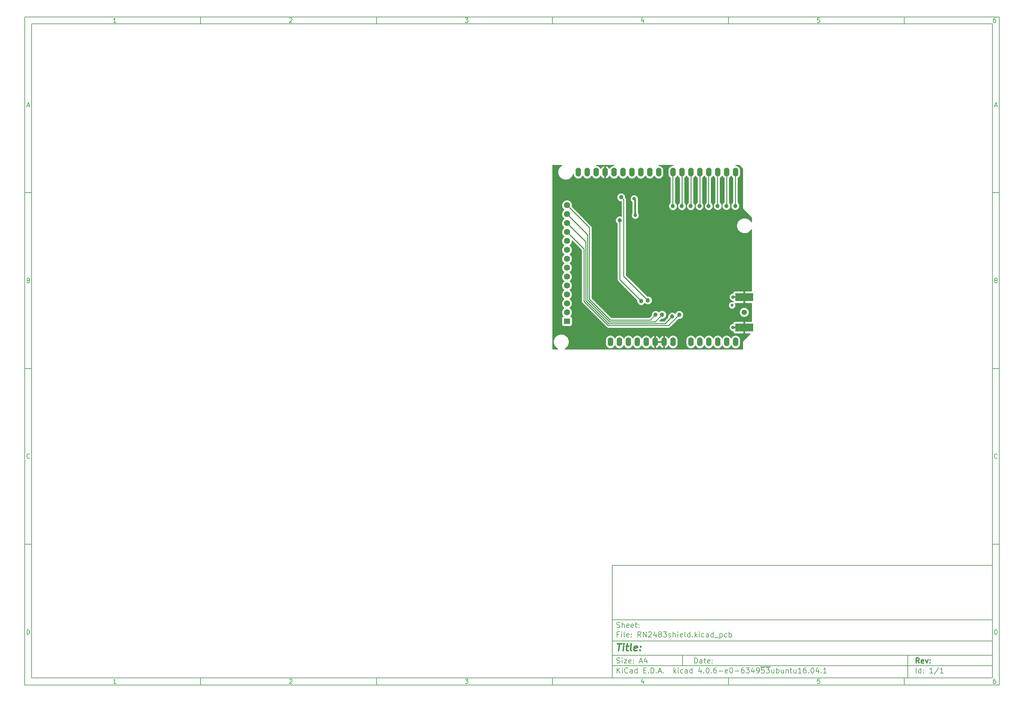
<source format=gbl>
%TF.GenerationSoftware,KiCad,Pcbnew,4.0.6-e0-6349~53~ubuntu16.04.1*%
%TF.CreationDate,2017-06-05T20:25:56+01:00*%
%TF.ProjectId,RN2483shield,524E32343833736869656C642E6B6963,rev?*%
%TF.FileFunction,Copper,L2,Bot,Signal*%
%FSLAX46Y46*%
G04 Gerber Fmt 4.6, Leading zero omitted, Abs format (unit mm)*
G04 Created by KiCad (PCBNEW 4.0.6-e0-6349~53~ubuntu16.04.1) date Mon Jun  5 20:25:56 2017*
%MOMM*%
%LPD*%
G01*
G04 APERTURE LIST*
%ADD10C,0.100000*%
%ADD11C,0.150000*%
%ADD12C,0.300000*%
%ADD13C,0.400000*%
%ADD14C,0.500000*%
%ADD15R,1.750000X1.650000*%
%ADD16C,1.750000*%
%ADD17O,1.524000X2.540000*%
%ADD18C,1.000000*%
%ADD19R,5.080000X2.286000*%
%ADD20C,1.524000*%
%ADD21C,0.800000*%
%ADD22C,1.200000*%
%ADD23C,0.250000*%
%ADD24C,0.254000*%
G04 APERTURE END LIST*
D10*
D11*
X177002200Y-166007200D02*
X177002200Y-198007200D01*
X285002200Y-198007200D01*
X285002200Y-166007200D01*
X177002200Y-166007200D01*
D10*
D11*
X10000000Y-10000000D02*
X10000000Y-200007200D01*
X287002200Y-200007200D01*
X287002200Y-10000000D01*
X10000000Y-10000000D01*
D10*
D11*
X12000000Y-12000000D02*
X12000000Y-198007200D01*
X285002200Y-198007200D01*
X285002200Y-12000000D01*
X12000000Y-12000000D01*
D10*
D11*
X60000000Y-12000000D02*
X60000000Y-10000000D01*
D10*
D11*
X110000000Y-12000000D02*
X110000000Y-10000000D01*
D10*
D11*
X160000000Y-12000000D02*
X160000000Y-10000000D01*
D10*
D11*
X210000000Y-12000000D02*
X210000000Y-10000000D01*
D10*
D11*
X260000000Y-12000000D02*
X260000000Y-10000000D01*
D10*
D11*
X35990476Y-11588095D02*
X35247619Y-11588095D01*
X35619048Y-11588095D02*
X35619048Y-10288095D01*
X35495238Y-10473810D01*
X35371429Y-10597619D01*
X35247619Y-10659524D01*
D10*
D11*
X85247619Y-10411905D02*
X85309524Y-10350000D01*
X85433333Y-10288095D01*
X85742857Y-10288095D01*
X85866667Y-10350000D01*
X85928571Y-10411905D01*
X85990476Y-10535714D01*
X85990476Y-10659524D01*
X85928571Y-10845238D01*
X85185714Y-11588095D01*
X85990476Y-11588095D01*
D10*
D11*
X135185714Y-10288095D02*
X135990476Y-10288095D01*
X135557143Y-10783333D01*
X135742857Y-10783333D01*
X135866667Y-10845238D01*
X135928571Y-10907143D01*
X135990476Y-11030952D01*
X135990476Y-11340476D01*
X135928571Y-11464286D01*
X135866667Y-11526190D01*
X135742857Y-11588095D01*
X135371429Y-11588095D01*
X135247619Y-11526190D01*
X135185714Y-11464286D01*
D10*
D11*
X185866667Y-10721429D02*
X185866667Y-11588095D01*
X185557143Y-10226190D02*
X185247619Y-11154762D01*
X186052381Y-11154762D01*
D10*
D11*
X235928571Y-10288095D02*
X235309524Y-10288095D01*
X235247619Y-10907143D01*
X235309524Y-10845238D01*
X235433333Y-10783333D01*
X235742857Y-10783333D01*
X235866667Y-10845238D01*
X235928571Y-10907143D01*
X235990476Y-11030952D01*
X235990476Y-11340476D01*
X235928571Y-11464286D01*
X235866667Y-11526190D01*
X235742857Y-11588095D01*
X235433333Y-11588095D01*
X235309524Y-11526190D01*
X235247619Y-11464286D01*
D10*
D11*
X285866667Y-10288095D02*
X285619048Y-10288095D01*
X285495238Y-10350000D01*
X285433333Y-10411905D01*
X285309524Y-10597619D01*
X285247619Y-10845238D01*
X285247619Y-11340476D01*
X285309524Y-11464286D01*
X285371429Y-11526190D01*
X285495238Y-11588095D01*
X285742857Y-11588095D01*
X285866667Y-11526190D01*
X285928571Y-11464286D01*
X285990476Y-11340476D01*
X285990476Y-11030952D01*
X285928571Y-10907143D01*
X285866667Y-10845238D01*
X285742857Y-10783333D01*
X285495238Y-10783333D01*
X285371429Y-10845238D01*
X285309524Y-10907143D01*
X285247619Y-11030952D01*
D10*
D11*
X60000000Y-198007200D02*
X60000000Y-200007200D01*
D10*
D11*
X110000000Y-198007200D02*
X110000000Y-200007200D01*
D10*
D11*
X160000000Y-198007200D02*
X160000000Y-200007200D01*
D10*
D11*
X210000000Y-198007200D02*
X210000000Y-200007200D01*
D10*
D11*
X260000000Y-198007200D02*
X260000000Y-200007200D01*
D10*
D11*
X35990476Y-199595295D02*
X35247619Y-199595295D01*
X35619048Y-199595295D02*
X35619048Y-198295295D01*
X35495238Y-198481010D01*
X35371429Y-198604819D01*
X35247619Y-198666724D01*
D10*
D11*
X85247619Y-198419105D02*
X85309524Y-198357200D01*
X85433333Y-198295295D01*
X85742857Y-198295295D01*
X85866667Y-198357200D01*
X85928571Y-198419105D01*
X85990476Y-198542914D01*
X85990476Y-198666724D01*
X85928571Y-198852438D01*
X85185714Y-199595295D01*
X85990476Y-199595295D01*
D10*
D11*
X135185714Y-198295295D02*
X135990476Y-198295295D01*
X135557143Y-198790533D01*
X135742857Y-198790533D01*
X135866667Y-198852438D01*
X135928571Y-198914343D01*
X135990476Y-199038152D01*
X135990476Y-199347676D01*
X135928571Y-199471486D01*
X135866667Y-199533390D01*
X135742857Y-199595295D01*
X135371429Y-199595295D01*
X135247619Y-199533390D01*
X135185714Y-199471486D01*
D10*
D11*
X185866667Y-198728629D02*
X185866667Y-199595295D01*
X185557143Y-198233390D02*
X185247619Y-199161962D01*
X186052381Y-199161962D01*
D10*
D11*
X235928571Y-198295295D02*
X235309524Y-198295295D01*
X235247619Y-198914343D01*
X235309524Y-198852438D01*
X235433333Y-198790533D01*
X235742857Y-198790533D01*
X235866667Y-198852438D01*
X235928571Y-198914343D01*
X235990476Y-199038152D01*
X235990476Y-199347676D01*
X235928571Y-199471486D01*
X235866667Y-199533390D01*
X235742857Y-199595295D01*
X235433333Y-199595295D01*
X235309524Y-199533390D01*
X235247619Y-199471486D01*
D10*
D11*
X285866667Y-198295295D02*
X285619048Y-198295295D01*
X285495238Y-198357200D01*
X285433333Y-198419105D01*
X285309524Y-198604819D01*
X285247619Y-198852438D01*
X285247619Y-199347676D01*
X285309524Y-199471486D01*
X285371429Y-199533390D01*
X285495238Y-199595295D01*
X285742857Y-199595295D01*
X285866667Y-199533390D01*
X285928571Y-199471486D01*
X285990476Y-199347676D01*
X285990476Y-199038152D01*
X285928571Y-198914343D01*
X285866667Y-198852438D01*
X285742857Y-198790533D01*
X285495238Y-198790533D01*
X285371429Y-198852438D01*
X285309524Y-198914343D01*
X285247619Y-199038152D01*
D10*
D11*
X10000000Y-60000000D02*
X12000000Y-60000000D01*
D10*
D11*
X10000000Y-110000000D02*
X12000000Y-110000000D01*
D10*
D11*
X10000000Y-160000000D02*
X12000000Y-160000000D01*
D10*
D11*
X10690476Y-35216667D02*
X11309524Y-35216667D01*
X10566667Y-35588095D02*
X11000000Y-34288095D01*
X11433333Y-35588095D01*
D10*
D11*
X11092857Y-84907143D02*
X11278571Y-84969048D01*
X11340476Y-85030952D01*
X11402381Y-85154762D01*
X11402381Y-85340476D01*
X11340476Y-85464286D01*
X11278571Y-85526190D01*
X11154762Y-85588095D01*
X10659524Y-85588095D01*
X10659524Y-84288095D01*
X11092857Y-84288095D01*
X11216667Y-84350000D01*
X11278571Y-84411905D01*
X11340476Y-84535714D01*
X11340476Y-84659524D01*
X11278571Y-84783333D01*
X11216667Y-84845238D01*
X11092857Y-84907143D01*
X10659524Y-84907143D01*
D10*
D11*
X11402381Y-135464286D02*
X11340476Y-135526190D01*
X11154762Y-135588095D01*
X11030952Y-135588095D01*
X10845238Y-135526190D01*
X10721429Y-135402381D01*
X10659524Y-135278571D01*
X10597619Y-135030952D01*
X10597619Y-134845238D01*
X10659524Y-134597619D01*
X10721429Y-134473810D01*
X10845238Y-134350000D01*
X11030952Y-134288095D01*
X11154762Y-134288095D01*
X11340476Y-134350000D01*
X11402381Y-134411905D01*
D10*
D11*
X10659524Y-185588095D02*
X10659524Y-184288095D01*
X10969048Y-184288095D01*
X11154762Y-184350000D01*
X11278571Y-184473810D01*
X11340476Y-184597619D01*
X11402381Y-184845238D01*
X11402381Y-185030952D01*
X11340476Y-185278571D01*
X11278571Y-185402381D01*
X11154762Y-185526190D01*
X10969048Y-185588095D01*
X10659524Y-185588095D01*
D10*
D11*
X287002200Y-60000000D02*
X285002200Y-60000000D01*
D10*
D11*
X287002200Y-110000000D02*
X285002200Y-110000000D01*
D10*
D11*
X287002200Y-160000000D02*
X285002200Y-160000000D01*
D10*
D11*
X285692676Y-35216667D02*
X286311724Y-35216667D01*
X285568867Y-35588095D02*
X286002200Y-34288095D01*
X286435533Y-35588095D01*
D10*
D11*
X286095057Y-84907143D02*
X286280771Y-84969048D01*
X286342676Y-85030952D01*
X286404581Y-85154762D01*
X286404581Y-85340476D01*
X286342676Y-85464286D01*
X286280771Y-85526190D01*
X286156962Y-85588095D01*
X285661724Y-85588095D01*
X285661724Y-84288095D01*
X286095057Y-84288095D01*
X286218867Y-84350000D01*
X286280771Y-84411905D01*
X286342676Y-84535714D01*
X286342676Y-84659524D01*
X286280771Y-84783333D01*
X286218867Y-84845238D01*
X286095057Y-84907143D01*
X285661724Y-84907143D01*
D10*
D11*
X286404581Y-135464286D02*
X286342676Y-135526190D01*
X286156962Y-135588095D01*
X286033152Y-135588095D01*
X285847438Y-135526190D01*
X285723629Y-135402381D01*
X285661724Y-135278571D01*
X285599819Y-135030952D01*
X285599819Y-134845238D01*
X285661724Y-134597619D01*
X285723629Y-134473810D01*
X285847438Y-134350000D01*
X286033152Y-134288095D01*
X286156962Y-134288095D01*
X286342676Y-134350000D01*
X286404581Y-134411905D01*
D10*
D11*
X285661724Y-185588095D02*
X285661724Y-184288095D01*
X285971248Y-184288095D01*
X286156962Y-184350000D01*
X286280771Y-184473810D01*
X286342676Y-184597619D01*
X286404581Y-184845238D01*
X286404581Y-185030952D01*
X286342676Y-185278571D01*
X286280771Y-185402381D01*
X286156962Y-185526190D01*
X285971248Y-185588095D01*
X285661724Y-185588095D01*
D10*
D11*
X200359343Y-193785771D02*
X200359343Y-192285771D01*
X200716486Y-192285771D01*
X200930771Y-192357200D01*
X201073629Y-192500057D01*
X201145057Y-192642914D01*
X201216486Y-192928629D01*
X201216486Y-193142914D01*
X201145057Y-193428629D01*
X201073629Y-193571486D01*
X200930771Y-193714343D01*
X200716486Y-193785771D01*
X200359343Y-193785771D01*
X202502200Y-193785771D02*
X202502200Y-193000057D01*
X202430771Y-192857200D01*
X202287914Y-192785771D01*
X202002200Y-192785771D01*
X201859343Y-192857200D01*
X202502200Y-193714343D02*
X202359343Y-193785771D01*
X202002200Y-193785771D01*
X201859343Y-193714343D01*
X201787914Y-193571486D01*
X201787914Y-193428629D01*
X201859343Y-193285771D01*
X202002200Y-193214343D01*
X202359343Y-193214343D01*
X202502200Y-193142914D01*
X203002200Y-192785771D02*
X203573629Y-192785771D01*
X203216486Y-192285771D02*
X203216486Y-193571486D01*
X203287914Y-193714343D01*
X203430772Y-193785771D01*
X203573629Y-193785771D01*
X204645057Y-193714343D02*
X204502200Y-193785771D01*
X204216486Y-193785771D01*
X204073629Y-193714343D01*
X204002200Y-193571486D01*
X204002200Y-193000057D01*
X204073629Y-192857200D01*
X204216486Y-192785771D01*
X204502200Y-192785771D01*
X204645057Y-192857200D01*
X204716486Y-193000057D01*
X204716486Y-193142914D01*
X204002200Y-193285771D01*
X205359343Y-193642914D02*
X205430771Y-193714343D01*
X205359343Y-193785771D01*
X205287914Y-193714343D01*
X205359343Y-193642914D01*
X205359343Y-193785771D01*
X205359343Y-192857200D02*
X205430771Y-192928629D01*
X205359343Y-193000057D01*
X205287914Y-192928629D01*
X205359343Y-192857200D01*
X205359343Y-193000057D01*
D10*
D11*
X177002200Y-194507200D02*
X285002200Y-194507200D01*
D10*
D11*
X178359343Y-196585771D02*
X178359343Y-195085771D01*
X179216486Y-196585771D02*
X178573629Y-195728629D01*
X179216486Y-195085771D02*
X178359343Y-195942914D01*
X179859343Y-196585771D02*
X179859343Y-195585771D01*
X179859343Y-195085771D02*
X179787914Y-195157200D01*
X179859343Y-195228629D01*
X179930771Y-195157200D01*
X179859343Y-195085771D01*
X179859343Y-195228629D01*
X181430772Y-196442914D02*
X181359343Y-196514343D01*
X181145057Y-196585771D01*
X181002200Y-196585771D01*
X180787915Y-196514343D01*
X180645057Y-196371486D01*
X180573629Y-196228629D01*
X180502200Y-195942914D01*
X180502200Y-195728629D01*
X180573629Y-195442914D01*
X180645057Y-195300057D01*
X180787915Y-195157200D01*
X181002200Y-195085771D01*
X181145057Y-195085771D01*
X181359343Y-195157200D01*
X181430772Y-195228629D01*
X182716486Y-196585771D02*
X182716486Y-195800057D01*
X182645057Y-195657200D01*
X182502200Y-195585771D01*
X182216486Y-195585771D01*
X182073629Y-195657200D01*
X182716486Y-196514343D02*
X182573629Y-196585771D01*
X182216486Y-196585771D01*
X182073629Y-196514343D01*
X182002200Y-196371486D01*
X182002200Y-196228629D01*
X182073629Y-196085771D01*
X182216486Y-196014343D01*
X182573629Y-196014343D01*
X182716486Y-195942914D01*
X184073629Y-196585771D02*
X184073629Y-195085771D01*
X184073629Y-196514343D02*
X183930772Y-196585771D01*
X183645058Y-196585771D01*
X183502200Y-196514343D01*
X183430772Y-196442914D01*
X183359343Y-196300057D01*
X183359343Y-195871486D01*
X183430772Y-195728629D01*
X183502200Y-195657200D01*
X183645058Y-195585771D01*
X183930772Y-195585771D01*
X184073629Y-195657200D01*
X185930772Y-195800057D02*
X186430772Y-195800057D01*
X186645058Y-196585771D02*
X185930772Y-196585771D01*
X185930772Y-195085771D01*
X186645058Y-195085771D01*
X187287915Y-196442914D02*
X187359343Y-196514343D01*
X187287915Y-196585771D01*
X187216486Y-196514343D01*
X187287915Y-196442914D01*
X187287915Y-196585771D01*
X188002201Y-196585771D02*
X188002201Y-195085771D01*
X188359344Y-195085771D01*
X188573629Y-195157200D01*
X188716487Y-195300057D01*
X188787915Y-195442914D01*
X188859344Y-195728629D01*
X188859344Y-195942914D01*
X188787915Y-196228629D01*
X188716487Y-196371486D01*
X188573629Y-196514343D01*
X188359344Y-196585771D01*
X188002201Y-196585771D01*
X189502201Y-196442914D02*
X189573629Y-196514343D01*
X189502201Y-196585771D01*
X189430772Y-196514343D01*
X189502201Y-196442914D01*
X189502201Y-196585771D01*
X190145058Y-196157200D02*
X190859344Y-196157200D01*
X190002201Y-196585771D02*
X190502201Y-195085771D01*
X191002201Y-196585771D01*
X191502201Y-196442914D02*
X191573629Y-196514343D01*
X191502201Y-196585771D01*
X191430772Y-196514343D01*
X191502201Y-196442914D01*
X191502201Y-196585771D01*
X194502201Y-196585771D02*
X194502201Y-195085771D01*
X194645058Y-196014343D02*
X195073629Y-196585771D01*
X195073629Y-195585771D02*
X194502201Y-196157200D01*
X195716487Y-196585771D02*
X195716487Y-195585771D01*
X195716487Y-195085771D02*
X195645058Y-195157200D01*
X195716487Y-195228629D01*
X195787915Y-195157200D01*
X195716487Y-195085771D01*
X195716487Y-195228629D01*
X197073630Y-196514343D02*
X196930773Y-196585771D01*
X196645059Y-196585771D01*
X196502201Y-196514343D01*
X196430773Y-196442914D01*
X196359344Y-196300057D01*
X196359344Y-195871486D01*
X196430773Y-195728629D01*
X196502201Y-195657200D01*
X196645059Y-195585771D01*
X196930773Y-195585771D01*
X197073630Y-195657200D01*
X198359344Y-196585771D02*
X198359344Y-195800057D01*
X198287915Y-195657200D01*
X198145058Y-195585771D01*
X197859344Y-195585771D01*
X197716487Y-195657200D01*
X198359344Y-196514343D02*
X198216487Y-196585771D01*
X197859344Y-196585771D01*
X197716487Y-196514343D01*
X197645058Y-196371486D01*
X197645058Y-196228629D01*
X197716487Y-196085771D01*
X197859344Y-196014343D01*
X198216487Y-196014343D01*
X198359344Y-195942914D01*
X199716487Y-196585771D02*
X199716487Y-195085771D01*
X199716487Y-196514343D02*
X199573630Y-196585771D01*
X199287916Y-196585771D01*
X199145058Y-196514343D01*
X199073630Y-196442914D01*
X199002201Y-196300057D01*
X199002201Y-195871486D01*
X199073630Y-195728629D01*
X199145058Y-195657200D01*
X199287916Y-195585771D01*
X199573630Y-195585771D01*
X199716487Y-195657200D01*
X202216487Y-195585771D02*
X202216487Y-196585771D01*
X201859344Y-195014343D02*
X201502201Y-196085771D01*
X202430773Y-196085771D01*
X203002201Y-196442914D02*
X203073629Y-196514343D01*
X203002201Y-196585771D01*
X202930772Y-196514343D01*
X203002201Y-196442914D01*
X203002201Y-196585771D01*
X204002201Y-195085771D02*
X204145058Y-195085771D01*
X204287915Y-195157200D01*
X204359344Y-195228629D01*
X204430773Y-195371486D01*
X204502201Y-195657200D01*
X204502201Y-196014343D01*
X204430773Y-196300057D01*
X204359344Y-196442914D01*
X204287915Y-196514343D01*
X204145058Y-196585771D01*
X204002201Y-196585771D01*
X203859344Y-196514343D01*
X203787915Y-196442914D01*
X203716487Y-196300057D01*
X203645058Y-196014343D01*
X203645058Y-195657200D01*
X203716487Y-195371486D01*
X203787915Y-195228629D01*
X203859344Y-195157200D01*
X204002201Y-195085771D01*
X205145058Y-196442914D02*
X205216486Y-196514343D01*
X205145058Y-196585771D01*
X205073629Y-196514343D01*
X205145058Y-196442914D01*
X205145058Y-196585771D01*
X206502201Y-195085771D02*
X206216487Y-195085771D01*
X206073630Y-195157200D01*
X206002201Y-195228629D01*
X205859344Y-195442914D01*
X205787915Y-195728629D01*
X205787915Y-196300057D01*
X205859344Y-196442914D01*
X205930772Y-196514343D01*
X206073630Y-196585771D01*
X206359344Y-196585771D01*
X206502201Y-196514343D01*
X206573630Y-196442914D01*
X206645058Y-196300057D01*
X206645058Y-195942914D01*
X206573630Y-195800057D01*
X206502201Y-195728629D01*
X206359344Y-195657200D01*
X206073630Y-195657200D01*
X205930772Y-195728629D01*
X205859344Y-195800057D01*
X205787915Y-195942914D01*
X207287915Y-196014343D02*
X208430772Y-196014343D01*
X209716486Y-196514343D02*
X209573629Y-196585771D01*
X209287915Y-196585771D01*
X209145058Y-196514343D01*
X209073629Y-196371486D01*
X209073629Y-195800057D01*
X209145058Y-195657200D01*
X209287915Y-195585771D01*
X209573629Y-195585771D01*
X209716486Y-195657200D01*
X209787915Y-195800057D01*
X209787915Y-195942914D01*
X209073629Y-196085771D01*
X210716486Y-195085771D02*
X210859343Y-195085771D01*
X211002200Y-195157200D01*
X211073629Y-195228629D01*
X211145058Y-195371486D01*
X211216486Y-195657200D01*
X211216486Y-196014343D01*
X211145058Y-196300057D01*
X211073629Y-196442914D01*
X211002200Y-196514343D01*
X210859343Y-196585771D01*
X210716486Y-196585771D01*
X210573629Y-196514343D01*
X210502200Y-196442914D01*
X210430772Y-196300057D01*
X210359343Y-196014343D01*
X210359343Y-195657200D01*
X210430772Y-195371486D01*
X210502200Y-195228629D01*
X210573629Y-195157200D01*
X210716486Y-195085771D01*
X211859343Y-196014343D02*
X213002200Y-196014343D01*
X214359343Y-195085771D02*
X214073629Y-195085771D01*
X213930772Y-195157200D01*
X213859343Y-195228629D01*
X213716486Y-195442914D01*
X213645057Y-195728629D01*
X213645057Y-196300057D01*
X213716486Y-196442914D01*
X213787914Y-196514343D01*
X213930772Y-196585771D01*
X214216486Y-196585771D01*
X214359343Y-196514343D01*
X214430772Y-196442914D01*
X214502200Y-196300057D01*
X214502200Y-195942914D01*
X214430772Y-195800057D01*
X214359343Y-195728629D01*
X214216486Y-195657200D01*
X213930772Y-195657200D01*
X213787914Y-195728629D01*
X213716486Y-195800057D01*
X213645057Y-195942914D01*
X215002200Y-195085771D02*
X215930771Y-195085771D01*
X215430771Y-195657200D01*
X215645057Y-195657200D01*
X215787914Y-195728629D01*
X215859343Y-195800057D01*
X215930771Y-195942914D01*
X215930771Y-196300057D01*
X215859343Y-196442914D01*
X215787914Y-196514343D01*
X215645057Y-196585771D01*
X215216485Y-196585771D01*
X215073628Y-196514343D01*
X215002200Y-196442914D01*
X217216485Y-195585771D02*
X217216485Y-196585771D01*
X216859342Y-195014343D02*
X216502199Y-196085771D01*
X217430771Y-196085771D01*
X218073627Y-196585771D02*
X218359342Y-196585771D01*
X218502199Y-196514343D01*
X218573627Y-196442914D01*
X218716485Y-196228629D01*
X218787913Y-195942914D01*
X218787913Y-195371486D01*
X218716485Y-195228629D01*
X218645056Y-195157200D01*
X218502199Y-195085771D01*
X218216485Y-195085771D01*
X218073627Y-195157200D01*
X218002199Y-195228629D01*
X217930770Y-195371486D01*
X217930770Y-195728629D01*
X218002199Y-195871486D01*
X218073627Y-195942914D01*
X218216485Y-196014343D01*
X218502199Y-196014343D01*
X218645056Y-195942914D01*
X218716485Y-195871486D01*
X218787913Y-195728629D01*
X220145056Y-195085771D02*
X219430770Y-195085771D01*
X219359341Y-195800057D01*
X219430770Y-195728629D01*
X219573627Y-195657200D01*
X219930770Y-195657200D01*
X220073627Y-195728629D01*
X220145056Y-195800057D01*
X220216484Y-195942914D01*
X220216484Y-196300057D01*
X220145056Y-196442914D01*
X220073627Y-196514343D01*
X219930770Y-196585771D01*
X219573627Y-196585771D01*
X219430770Y-196514343D01*
X219359341Y-196442914D01*
X220716484Y-195085771D02*
X221645055Y-195085771D01*
X221145055Y-195657200D01*
X221359341Y-195657200D01*
X221502198Y-195728629D01*
X221573627Y-195800057D01*
X221645055Y-195942914D01*
X221645055Y-196300057D01*
X221573627Y-196442914D01*
X221502198Y-196514343D01*
X221359341Y-196585771D01*
X220930769Y-196585771D01*
X220787912Y-196514343D01*
X220716484Y-196442914D01*
X219073627Y-194827200D02*
X221930769Y-194827200D01*
X222930769Y-195585771D02*
X222930769Y-196585771D01*
X222287912Y-195585771D02*
X222287912Y-196371486D01*
X222359340Y-196514343D01*
X222502198Y-196585771D01*
X222716483Y-196585771D01*
X222859340Y-196514343D01*
X222930769Y-196442914D01*
X223645055Y-196585771D02*
X223645055Y-195085771D01*
X223645055Y-195657200D02*
X223787912Y-195585771D01*
X224073626Y-195585771D01*
X224216483Y-195657200D01*
X224287912Y-195728629D01*
X224359341Y-195871486D01*
X224359341Y-196300057D01*
X224287912Y-196442914D01*
X224216483Y-196514343D01*
X224073626Y-196585771D01*
X223787912Y-196585771D01*
X223645055Y-196514343D01*
X225645055Y-195585771D02*
X225645055Y-196585771D01*
X225002198Y-195585771D02*
X225002198Y-196371486D01*
X225073626Y-196514343D01*
X225216484Y-196585771D01*
X225430769Y-196585771D01*
X225573626Y-196514343D01*
X225645055Y-196442914D01*
X226359341Y-195585771D02*
X226359341Y-196585771D01*
X226359341Y-195728629D02*
X226430769Y-195657200D01*
X226573627Y-195585771D01*
X226787912Y-195585771D01*
X226930769Y-195657200D01*
X227002198Y-195800057D01*
X227002198Y-196585771D01*
X227502198Y-195585771D02*
X228073627Y-195585771D01*
X227716484Y-195085771D02*
X227716484Y-196371486D01*
X227787912Y-196514343D01*
X227930770Y-196585771D01*
X228073627Y-196585771D01*
X229216484Y-195585771D02*
X229216484Y-196585771D01*
X228573627Y-195585771D02*
X228573627Y-196371486D01*
X228645055Y-196514343D01*
X228787913Y-196585771D01*
X229002198Y-196585771D01*
X229145055Y-196514343D01*
X229216484Y-196442914D01*
X230716484Y-196585771D02*
X229859341Y-196585771D01*
X230287913Y-196585771D02*
X230287913Y-195085771D01*
X230145056Y-195300057D01*
X230002198Y-195442914D01*
X229859341Y-195514343D01*
X232002198Y-195085771D02*
X231716484Y-195085771D01*
X231573627Y-195157200D01*
X231502198Y-195228629D01*
X231359341Y-195442914D01*
X231287912Y-195728629D01*
X231287912Y-196300057D01*
X231359341Y-196442914D01*
X231430769Y-196514343D01*
X231573627Y-196585771D01*
X231859341Y-196585771D01*
X232002198Y-196514343D01*
X232073627Y-196442914D01*
X232145055Y-196300057D01*
X232145055Y-195942914D01*
X232073627Y-195800057D01*
X232002198Y-195728629D01*
X231859341Y-195657200D01*
X231573627Y-195657200D01*
X231430769Y-195728629D01*
X231359341Y-195800057D01*
X231287912Y-195942914D01*
X232787912Y-196442914D02*
X232859340Y-196514343D01*
X232787912Y-196585771D01*
X232716483Y-196514343D01*
X232787912Y-196442914D01*
X232787912Y-196585771D01*
X233787912Y-195085771D02*
X233930769Y-195085771D01*
X234073626Y-195157200D01*
X234145055Y-195228629D01*
X234216484Y-195371486D01*
X234287912Y-195657200D01*
X234287912Y-196014343D01*
X234216484Y-196300057D01*
X234145055Y-196442914D01*
X234073626Y-196514343D01*
X233930769Y-196585771D01*
X233787912Y-196585771D01*
X233645055Y-196514343D01*
X233573626Y-196442914D01*
X233502198Y-196300057D01*
X233430769Y-196014343D01*
X233430769Y-195657200D01*
X233502198Y-195371486D01*
X233573626Y-195228629D01*
X233645055Y-195157200D01*
X233787912Y-195085771D01*
X235573626Y-195585771D02*
X235573626Y-196585771D01*
X235216483Y-195014343D02*
X234859340Y-196085771D01*
X235787912Y-196085771D01*
X236359340Y-196442914D02*
X236430768Y-196514343D01*
X236359340Y-196585771D01*
X236287911Y-196514343D01*
X236359340Y-196442914D01*
X236359340Y-196585771D01*
X237859340Y-196585771D02*
X237002197Y-196585771D01*
X237430769Y-196585771D02*
X237430769Y-195085771D01*
X237287912Y-195300057D01*
X237145054Y-195442914D01*
X237002197Y-195514343D01*
D10*
D11*
X177002200Y-191507200D02*
X285002200Y-191507200D01*
D10*
D12*
X264216486Y-193785771D02*
X263716486Y-193071486D01*
X263359343Y-193785771D02*
X263359343Y-192285771D01*
X263930771Y-192285771D01*
X264073629Y-192357200D01*
X264145057Y-192428629D01*
X264216486Y-192571486D01*
X264216486Y-192785771D01*
X264145057Y-192928629D01*
X264073629Y-193000057D01*
X263930771Y-193071486D01*
X263359343Y-193071486D01*
X265430771Y-193714343D02*
X265287914Y-193785771D01*
X265002200Y-193785771D01*
X264859343Y-193714343D01*
X264787914Y-193571486D01*
X264787914Y-193000057D01*
X264859343Y-192857200D01*
X265002200Y-192785771D01*
X265287914Y-192785771D01*
X265430771Y-192857200D01*
X265502200Y-193000057D01*
X265502200Y-193142914D01*
X264787914Y-193285771D01*
X266002200Y-192785771D02*
X266359343Y-193785771D01*
X266716485Y-192785771D01*
X267287914Y-193642914D02*
X267359342Y-193714343D01*
X267287914Y-193785771D01*
X267216485Y-193714343D01*
X267287914Y-193642914D01*
X267287914Y-193785771D01*
X267287914Y-192857200D02*
X267359342Y-192928629D01*
X267287914Y-193000057D01*
X267216485Y-192928629D01*
X267287914Y-192857200D01*
X267287914Y-193000057D01*
D10*
D11*
X178287914Y-193714343D02*
X178502200Y-193785771D01*
X178859343Y-193785771D01*
X179002200Y-193714343D01*
X179073629Y-193642914D01*
X179145057Y-193500057D01*
X179145057Y-193357200D01*
X179073629Y-193214343D01*
X179002200Y-193142914D01*
X178859343Y-193071486D01*
X178573629Y-193000057D01*
X178430771Y-192928629D01*
X178359343Y-192857200D01*
X178287914Y-192714343D01*
X178287914Y-192571486D01*
X178359343Y-192428629D01*
X178430771Y-192357200D01*
X178573629Y-192285771D01*
X178930771Y-192285771D01*
X179145057Y-192357200D01*
X179787914Y-193785771D02*
X179787914Y-192785771D01*
X179787914Y-192285771D02*
X179716485Y-192357200D01*
X179787914Y-192428629D01*
X179859342Y-192357200D01*
X179787914Y-192285771D01*
X179787914Y-192428629D01*
X180359343Y-192785771D02*
X181145057Y-192785771D01*
X180359343Y-193785771D01*
X181145057Y-193785771D01*
X182287914Y-193714343D02*
X182145057Y-193785771D01*
X181859343Y-193785771D01*
X181716486Y-193714343D01*
X181645057Y-193571486D01*
X181645057Y-193000057D01*
X181716486Y-192857200D01*
X181859343Y-192785771D01*
X182145057Y-192785771D01*
X182287914Y-192857200D01*
X182359343Y-193000057D01*
X182359343Y-193142914D01*
X181645057Y-193285771D01*
X183002200Y-193642914D02*
X183073628Y-193714343D01*
X183002200Y-193785771D01*
X182930771Y-193714343D01*
X183002200Y-193642914D01*
X183002200Y-193785771D01*
X183002200Y-192857200D02*
X183073628Y-192928629D01*
X183002200Y-193000057D01*
X182930771Y-192928629D01*
X183002200Y-192857200D01*
X183002200Y-193000057D01*
X184787914Y-193357200D02*
X185502200Y-193357200D01*
X184645057Y-193785771D02*
X185145057Y-192285771D01*
X185645057Y-193785771D01*
X186787914Y-192785771D02*
X186787914Y-193785771D01*
X186430771Y-192214343D02*
X186073628Y-193285771D01*
X187002200Y-193285771D01*
D10*
D11*
X263359343Y-196585771D02*
X263359343Y-195085771D01*
X264716486Y-196585771D02*
X264716486Y-195085771D01*
X264716486Y-196514343D02*
X264573629Y-196585771D01*
X264287915Y-196585771D01*
X264145057Y-196514343D01*
X264073629Y-196442914D01*
X264002200Y-196300057D01*
X264002200Y-195871486D01*
X264073629Y-195728629D01*
X264145057Y-195657200D01*
X264287915Y-195585771D01*
X264573629Y-195585771D01*
X264716486Y-195657200D01*
X265430772Y-196442914D02*
X265502200Y-196514343D01*
X265430772Y-196585771D01*
X265359343Y-196514343D01*
X265430772Y-196442914D01*
X265430772Y-196585771D01*
X265430772Y-195657200D02*
X265502200Y-195728629D01*
X265430772Y-195800057D01*
X265359343Y-195728629D01*
X265430772Y-195657200D01*
X265430772Y-195800057D01*
X268073629Y-196585771D02*
X267216486Y-196585771D01*
X267645058Y-196585771D02*
X267645058Y-195085771D01*
X267502201Y-195300057D01*
X267359343Y-195442914D01*
X267216486Y-195514343D01*
X269787914Y-195014343D02*
X268502200Y-196942914D01*
X271073629Y-196585771D02*
X270216486Y-196585771D01*
X270645058Y-196585771D02*
X270645058Y-195085771D01*
X270502201Y-195300057D01*
X270359343Y-195442914D01*
X270216486Y-195514343D01*
D10*
D11*
X177002200Y-187507200D02*
X285002200Y-187507200D01*
D10*
D13*
X178454581Y-188211962D02*
X179597438Y-188211962D01*
X178776010Y-190211962D02*
X179026010Y-188211962D01*
X180014105Y-190211962D02*
X180180771Y-188878629D01*
X180264105Y-188211962D02*
X180156962Y-188307200D01*
X180240295Y-188402438D01*
X180347439Y-188307200D01*
X180264105Y-188211962D01*
X180240295Y-188402438D01*
X180847438Y-188878629D02*
X181609343Y-188878629D01*
X181216486Y-188211962D02*
X181002200Y-189926248D01*
X181073630Y-190116724D01*
X181252201Y-190211962D01*
X181442677Y-190211962D01*
X182395058Y-190211962D02*
X182216487Y-190116724D01*
X182145057Y-189926248D01*
X182359343Y-188211962D01*
X183930772Y-190116724D02*
X183728391Y-190211962D01*
X183347439Y-190211962D01*
X183168867Y-190116724D01*
X183097438Y-189926248D01*
X183192676Y-189164343D01*
X183311724Y-188973867D01*
X183514105Y-188878629D01*
X183895057Y-188878629D01*
X184073629Y-188973867D01*
X184145057Y-189164343D01*
X184121248Y-189354819D01*
X183145057Y-189545295D01*
X184895057Y-190021486D02*
X184978392Y-190116724D01*
X184871248Y-190211962D01*
X184787915Y-190116724D01*
X184895057Y-190021486D01*
X184871248Y-190211962D01*
X185026010Y-188973867D02*
X185109344Y-189069105D01*
X185002200Y-189164343D01*
X184918867Y-189069105D01*
X185026010Y-188973867D01*
X185002200Y-189164343D01*
D10*
D11*
X178859343Y-185600057D02*
X178359343Y-185600057D01*
X178359343Y-186385771D02*
X178359343Y-184885771D01*
X179073629Y-184885771D01*
X179645057Y-186385771D02*
X179645057Y-185385771D01*
X179645057Y-184885771D02*
X179573628Y-184957200D01*
X179645057Y-185028629D01*
X179716485Y-184957200D01*
X179645057Y-184885771D01*
X179645057Y-185028629D01*
X180573629Y-186385771D02*
X180430771Y-186314343D01*
X180359343Y-186171486D01*
X180359343Y-184885771D01*
X181716485Y-186314343D02*
X181573628Y-186385771D01*
X181287914Y-186385771D01*
X181145057Y-186314343D01*
X181073628Y-186171486D01*
X181073628Y-185600057D01*
X181145057Y-185457200D01*
X181287914Y-185385771D01*
X181573628Y-185385771D01*
X181716485Y-185457200D01*
X181787914Y-185600057D01*
X181787914Y-185742914D01*
X181073628Y-185885771D01*
X182430771Y-186242914D02*
X182502199Y-186314343D01*
X182430771Y-186385771D01*
X182359342Y-186314343D01*
X182430771Y-186242914D01*
X182430771Y-186385771D01*
X182430771Y-185457200D02*
X182502199Y-185528629D01*
X182430771Y-185600057D01*
X182359342Y-185528629D01*
X182430771Y-185457200D01*
X182430771Y-185600057D01*
X185145057Y-186385771D02*
X184645057Y-185671486D01*
X184287914Y-186385771D02*
X184287914Y-184885771D01*
X184859342Y-184885771D01*
X185002200Y-184957200D01*
X185073628Y-185028629D01*
X185145057Y-185171486D01*
X185145057Y-185385771D01*
X185073628Y-185528629D01*
X185002200Y-185600057D01*
X184859342Y-185671486D01*
X184287914Y-185671486D01*
X185787914Y-186385771D02*
X185787914Y-184885771D01*
X186645057Y-186385771D01*
X186645057Y-184885771D01*
X187287914Y-185028629D02*
X187359343Y-184957200D01*
X187502200Y-184885771D01*
X187859343Y-184885771D01*
X188002200Y-184957200D01*
X188073629Y-185028629D01*
X188145057Y-185171486D01*
X188145057Y-185314343D01*
X188073629Y-185528629D01*
X187216486Y-186385771D01*
X188145057Y-186385771D01*
X189430771Y-185385771D02*
X189430771Y-186385771D01*
X189073628Y-184814343D02*
X188716485Y-185885771D01*
X189645057Y-185885771D01*
X190430771Y-185528629D02*
X190287913Y-185457200D01*
X190216485Y-185385771D01*
X190145056Y-185242914D01*
X190145056Y-185171486D01*
X190216485Y-185028629D01*
X190287913Y-184957200D01*
X190430771Y-184885771D01*
X190716485Y-184885771D01*
X190859342Y-184957200D01*
X190930771Y-185028629D01*
X191002199Y-185171486D01*
X191002199Y-185242914D01*
X190930771Y-185385771D01*
X190859342Y-185457200D01*
X190716485Y-185528629D01*
X190430771Y-185528629D01*
X190287913Y-185600057D01*
X190216485Y-185671486D01*
X190145056Y-185814343D01*
X190145056Y-186100057D01*
X190216485Y-186242914D01*
X190287913Y-186314343D01*
X190430771Y-186385771D01*
X190716485Y-186385771D01*
X190859342Y-186314343D01*
X190930771Y-186242914D01*
X191002199Y-186100057D01*
X191002199Y-185814343D01*
X190930771Y-185671486D01*
X190859342Y-185600057D01*
X190716485Y-185528629D01*
X191502199Y-184885771D02*
X192430770Y-184885771D01*
X191930770Y-185457200D01*
X192145056Y-185457200D01*
X192287913Y-185528629D01*
X192359342Y-185600057D01*
X192430770Y-185742914D01*
X192430770Y-186100057D01*
X192359342Y-186242914D01*
X192287913Y-186314343D01*
X192145056Y-186385771D01*
X191716484Y-186385771D01*
X191573627Y-186314343D01*
X191502199Y-186242914D01*
X193002198Y-186314343D02*
X193145055Y-186385771D01*
X193430770Y-186385771D01*
X193573627Y-186314343D01*
X193645055Y-186171486D01*
X193645055Y-186100057D01*
X193573627Y-185957200D01*
X193430770Y-185885771D01*
X193216484Y-185885771D01*
X193073627Y-185814343D01*
X193002198Y-185671486D01*
X193002198Y-185600057D01*
X193073627Y-185457200D01*
X193216484Y-185385771D01*
X193430770Y-185385771D01*
X193573627Y-185457200D01*
X194287913Y-186385771D02*
X194287913Y-184885771D01*
X194930770Y-186385771D02*
X194930770Y-185600057D01*
X194859341Y-185457200D01*
X194716484Y-185385771D01*
X194502199Y-185385771D01*
X194359341Y-185457200D01*
X194287913Y-185528629D01*
X195645056Y-186385771D02*
X195645056Y-185385771D01*
X195645056Y-184885771D02*
X195573627Y-184957200D01*
X195645056Y-185028629D01*
X195716484Y-184957200D01*
X195645056Y-184885771D01*
X195645056Y-185028629D01*
X196930770Y-186314343D02*
X196787913Y-186385771D01*
X196502199Y-186385771D01*
X196359342Y-186314343D01*
X196287913Y-186171486D01*
X196287913Y-185600057D01*
X196359342Y-185457200D01*
X196502199Y-185385771D01*
X196787913Y-185385771D01*
X196930770Y-185457200D01*
X197002199Y-185600057D01*
X197002199Y-185742914D01*
X196287913Y-185885771D01*
X197859342Y-186385771D02*
X197716484Y-186314343D01*
X197645056Y-186171486D01*
X197645056Y-184885771D01*
X199073627Y-186385771D02*
X199073627Y-184885771D01*
X199073627Y-186314343D02*
X198930770Y-186385771D01*
X198645056Y-186385771D01*
X198502198Y-186314343D01*
X198430770Y-186242914D01*
X198359341Y-186100057D01*
X198359341Y-185671486D01*
X198430770Y-185528629D01*
X198502198Y-185457200D01*
X198645056Y-185385771D01*
X198930770Y-185385771D01*
X199073627Y-185457200D01*
X199787913Y-186242914D02*
X199859341Y-186314343D01*
X199787913Y-186385771D01*
X199716484Y-186314343D01*
X199787913Y-186242914D01*
X199787913Y-186385771D01*
X200502199Y-186385771D02*
X200502199Y-184885771D01*
X200645056Y-185814343D02*
X201073627Y-186385771D01*
X201073627Y-185385771D02*
X200502199Y-185957200D01*
X201716485Y-186385771D02*
X201716485Y-185385771D01*
X201716485Y-184885771D02*
X201645056Y-184957200D01*
X201716485Y-185028629D01*
X201787913Y-184957200D01*
X201716485Y-184885771D01*
X201716485Y-185028629D01*
X203073628Y-186314343D02*
X202930771Y-186385771D01*
X202645057Y-186385771D01*
X202502199Y-186314343D01*
X202430771Y-186242914D01*
X202359342Y-186100057D01*
X202359342Y-185671486D01*
X202430771Y-185528629D01*
X202502199Y-185457200D01*
X202645057Y-185385771D01*
X202930771Y-185385771D01*
X203073628Y-185457200D01*
X204359342Y-186385771D02*
X204359342Y-185600057D01*
X204287913Y-185457200D01*
X204145056Y-185385771D01*
X203859342Y-185385771D01*
X203716485Y-185457200D01*
X204359342Y-186314343D02*
X204216485Y-186385771D01*
X203859342Y-186385771D01*
X203716485Y-186314343D01*
X203645056Y-186171486D01*
X203645056Y-186028629D01*
X203716485Y-185885771D01*
X203859342Y-185814343D01*
X204216485Y-185814343D01*
X204359342Y-185742914D01*
X205716485Y-186385771D02*
X205716485Y-184885771D01*
X205716485Y-186314343D02*
X205573628Y-186385771D01*
X205287914Y-186385771D01*
X205145056Y-186314343D01*
X205073628Y-186242914D01*
X205002199Y-186100057D01*
X205002199Y-185671486D01*
X205073628Y-185528629D01*
X205145056Y-185457200D01*
X205287914Y-185385771D01*
X205573628Y-185385771D01*
X205716485Y-185457200D01*
X206073628Y-186528629D02*
X207216485Y-186528629D01*
X207573628Y-185385771D02*
X207573628Y-186885771D01*
X207573628Y-185457200D02*
X207716485Y-185385771D01*
X208002199Y-185385771D01*
X208145056Y-185457200D01*
X208216485Y-185528629D01*
X208287914Y-185671486D01*
X208287914Y-186100057D01*
X208216485Y-186242914D01*
X208145056Y-186314343D01*
X208002199Y-186385771D01*
X207716485Y-186385771D01*
X207573628Y-186314343D01*
X209573628Y-186314343D02*
X209430771Y-186385771D01*
X209145057Y-186385771D01*
X209002199Y-186314343D01*
X208930771Y-186242914D01*
X208859342Y-186100057D01*
X208859342Y-185671486D01*
X208930771Y-185528629D01*
X209002199Y-185457200D01*
X209145057Y-185385771D01*
X209430771Y-185385771D01*
X209573628Y-185457200D01*
X210216485Y-186385771D02*
X210216485Y-184885771D01*
X210216485Y-185457200D02*
X210359342Y-185385771D01*
X210645056Y-185385771D01*
X210787913Y-185457200D01*
X210859342Y-185528629D01*
X210930771Y-185671486D01*
X210930771Y-186100057D01*
X210859342Y-186242914D01*
X210787913Y-186314343D01*
X210645056Y-186385771D01*
X210359342Y-186385771D01*
X210216485Y-186314343D01*
D10*
D11*
X177002200Y-181507200D02*
X285002200Y-181507200D01*
D10*
D11*
X178287914Y-183614343D02*
X178502200Y-183685771D01*
X178859343Y-183685771D01*
X179002200Y-183614343D01*
X179073629Y-183542914D01*
X179145057Y-183400057D01*
X179145057Y-183257200D01*
X179073629Y-183114343D01*
X179002200Y-183042914D01*
X178859343Y-182971486D01*
X178573629Y-182900057D01*
X178430771Y-182828629D01*
X178359343Y-182757200D01*
X178287914Y-182614343D01*
X178287914Y-182471486D01*
X178359343Y-182328629D01*
X178430771Y-182257200D01*
X178573629Y-182185771D01*
X178930771Y-182185771D01*
X179145057Y-182257200D01*
X179787914Y-183685771D02*
X179787914Y-182185771D01*
X180430771Y-183685771D02*
X180430771Y-182900057D01*
X180359342Y-182757200D01*
X180216485Y-182685771D01*
X180002200Y-182685771D01*
X179859342Y-182757200D01*
X179787914Y-182828629D01*
X181716485Y-183614343D02*
X181573628Y-183685771D01*
X181287914Y-183685771D01*
X181145057Y-183614343D01*
X181073628Y-183471486D01*
X181073628Y-182900057D01*
X181145057Y-182757200D01*
X181287914Y-182685771D01*
X181573628Y-182685771D01*
X181716485Y-182757200D01*
X181787914Y-182900057D01*
X181787914Y-183042914D01*
X181073628Y-183185771D01*
X183002199Y-183614343D02*
X182859342Y-183685771D01*
X182573628Y-183685771D01*
X182430771Y-183614343D01*
X182359342Y-183471486D01*
X182359342Y-182900057D01*
X182430771Y-182757200D01*
X182573628Y-182685771D01*
X182859342Y-182685771D01*
X183002199Y-182757200D01*
X183073628Y-182900057D01*
X183073628Y-183042914D01*
X182359342Y-183185771D01*
X183502199Y-182685771D02*
X184073628Y-182685771D01*
X183716485Y-182185771D02*
X183716485Y-183471486D01*
X183787913Y-183614343D01*
X183930771Y-183685771D01*
X184073628Y-183685771D01*
X184573628Y-183542914D02*
X184645056Y-183614343D01*
X184573628Y-183685771D01*
X184502199Y-183614343D01*
X184573628Y-183542914D01*
X184573628Y-183685771D01*
X184573628Y-182757200D02*
X184645056Y-182828629D01*
X184573628Y-182900057D01*
X184502199Y-182828629D01*
X184573628Y-182757200D01*
X184573628Y-182900057D01*
D10*
D11*
X197002200Y-191507200D02*
X197002200Y-194507200D01*
D10*
D11*
X261002200Y-191507200D02*
X261002200Y-198007200D01*
D14*
X211285000Y-89682000D02*
X212555000Y-89682000D01*
X211285000Y-98318000D02*
X212555000Y-98318000D01*
D15*
X164084000Y-96520000D03*
D16*
X164084000Y-93980000D03*
X164084000Y-91440000D03*
X164084000Y-88900000D03*
X164084000Y-86360000D03*
X164084000Y-83820000D03*
X164084000Y-81280000D03*
X164084000Y-78740000D03*
X164084000Y-76200000D03*
X164084000Y-73660000D03*
X164084000Y-71120000D03*
X164084000Y-68580000D03*
X164084000Y-66040000D03*
X164084000Y-63500000D03*
D17*
X212000000Y-102410000D03*
X209460000Y-102410000D03*
X206920000Y-102410000D03*
X199300000Y-102410000D03*
X201840000Y-102410000D03*
X204380000Y-102410000D03*
X194220000Y-102410000D03*
X191680000Y-102410000D03*
X189140000Y-102410000D03*
X184060000Y-102410000D03*
X181520000Y-102410000D03*
X212000000Y-54150000D03*
X209460000Y-54150000D03*
X206920000Y-54150000D03*
X204380000Y-54150000D03*
X201840000Y-54150000D03*
X199300000Y-54150000D03*
X196760000Y-54150000D03*
X194220000Y-54150000D03*
X190156000Y-54150000D03*
X187616000Y-54150000D03*
X185076000Y-54150000D03*
X182536000Y-54150000D03*
X179996000Y-54150000D03*
X177456000Y-54150000D03*
X174916000Y-54150000D03*
X172376000Y-54150000D03*
X186600000Y-102410000D03*
X169836000Y-54150000D03*
X167296000Y-54150000D03*
X178980000Y-102410000D03*
X176440000Y-102410000D03*
D18*
X211285000Y-89682000D03*
D19*
X214460000Y-98318000D03*
X214460000Y-89682000D03*
D18*
X211285000Y-98318000D03*
D20*
X214460000Y-94000000D03*
D21*
X211000000Y-92000000D03*
D18*
X174586900Y-80886300D03*
X174650400Y-74422000D03*
X184327800Y-80733900D03*
X209000000Y-99000000D03*
X207000000Y-99000000D03*
X205000000Y-99000000D03*
X205000000Y-97000000D03*
X207000000Y-97000000D03*
X209000000Y-97000000D03*
X209000000Y-95000000D03*
X207000000Y-95000000D03*
X205000000Y-95000000D03*
X205000000Y-93000000D03*
X207000000Y-93000000D03*
X207000000Y-91000000D03*
X207000000Y-87000000D03*
X207000000Y-89000000D03*
X205000000Y-89000000D03*
X205000000Y-91000000D03*
X203000000Y-91000000D03*
X201000000Y-91000000D03*
X201000000Y-89000000D03*
X203000000Y-89000000D03*
X203000000Y-87000000D03*
X201000000Y-87000000D03*
X201000000Y-85000000D03*
X203000000Y-85000000D03*
X203000000Y-83000000D03*
X201000000Y-83000000D03*
X201000000Y-81000000D03*
X203000000Y-81000000D03*
X203000000Y-79000000D03*
X201000000Y-79000000D03*
X201000000Y-77000000D03*
X203000000Y-77000000D03*
X205000000Y-77000000D03*
X207000000Y-77000000D03*
X209000000Y-77000000D03*
X215000000Y-77000000D03*
X211000000Y-77000000D03*
X213000000Y-77000000D03*
X215000000Y-79000000D03*
X213000000Y-79000000D03*
X213000000Y-81000000D03*
X215000000Y-81000000D03*
X215000000Y-83000000D03*
X213000000Y-83000000D03*
X213000000Y-85000000D03*
X215000000Y-85000000D03*
X215000000Y-87000000D03*
X213000000Y-87000000D03*
X211000000Y-87000000D03*
X211000000Y-85000000D03*
X211000000Y-83000000D03*
X211000000Y-81000000D03*
X211000000Y-79000000D03*
X209000000Y-79000000D03*
X209000000Y-81000000D03*
X209000000Y-83000000D03*
X207000000Y-83000000D03*
X207000000Y-81000000D03*
X207100000Y-79000000D03*
X190700000Y-89900000D03*
X176500000Y-90600000D03*
D22*
X196000000Y-94700000D03*
X194000000Y-95200000D03*
X191155155Y-94680208D03*
X189300000Y-94700000D03*
X194200000Y-63775000D03*
X196750000Y-63775000D03*
X199275000Y-63775000D03*
X201775000Y-63775000D03*
X204375000Y-63775000D03*
X206900000Y-63750000D03*
X209400000Y-63750000D03*
X211925000Y-63750000D03*
D18*
X183200000Y-61700000D03*
X183500000Y-66400000D03*
D22*
X179500000Y-61254517D03*
X187100000Y-90600000D03*
X179100000Y-67827093D03*
X185200000Y-90800000D03*
D14*
X174650400Y-74422000D02*
X174650400Y-80822800D01*
X174650400Y-80822800D02*
X174586900Y-80886300D01*
X184327800Y-80733900D02*
X184696100Y-80365600D01*
X184696100Y-80365600D02*
X184797700Y-80365600D01*
X207000000Y-99000000D02*
X209000000Y-99000000D01*
X207000000Y-97000000D02*
X205000000Y-97000000D01*
X207000000Y-95000000D02*
X209000000Y-95000000D01*
X205000000Y-93000000D02*
X205000000Y-95000000D01*
X207000000Y-91000000D02*
X207000000Y-93000000D01*
X207000000Y-89000000D02*
X207000000Y-87000000D01*
X205000000Y-91000000D02*
X205000000Y-89000000D01*
X201000000Y-91000000D02*
X203000000Y-91000000D01*
X203000000Y-89000000D02*
X201000000Y-89000000D01*
X201000000Y-87000000D02*
X203000000Y-87000000D01*
X203000000Y-85000000D02*
X201000000Y-85000000D01*
X201000000Y-83000000D02*
X203000000Y-83000000D01*
X203000000Y-81000000D02*
X201000000Y-81000000D01*
X201000000Y-79000000D02*
X203000000Y-79000000D01*
X203000000Y-77000000D02*
X201000000Y-77000000D01*
X207000000Y-77000000D02*
X205000000Y-77000000D01*
X211000000Y-77000000D02*
X209000000Y-77000000D01*
X211000000Y-77000000D02*
X215000000Y-77000000D01*
X215000000Y-77000000D02*
X213000000Y-77000000D01*
X215000000Y-79000000D02*
X215000000Y-77000000D01*
X213000000Y-81000000D02*
X213000000Y-79000000D01*
X215000000Y-83000000D02*
X215000000Y-81000000D01*
X213000000Y-85000000D02*
X213000000Y-83000000D01*
X215000000Y-87000000D02*
X215000000Y-85000000D01*
X211000000Y-87000000D02*
X213000000Y-87000000D01*
X211000000Y-83000000D02*
X211000000Y-85000000D01*
X211000000Y-79000000D02*
X211000000Y-81000000D01*
X209000000Y-81000000D02*
X209000000Y-79000000D01*
X207000000Y-83000000D02*
X209000000Y-83000000D01*
X207100000Y-79000000D02*
X207100000Y-80900000D01*
X207100000Y-80900000D02*
X207000000Y-81000000D01*
X176500000Y-90600000D02*
X176600000Y-90700000D01*
X176600000Y-90700000D02*
X177000000Y-90700000D01*
D23*
X195400001Y-95299999D02*
X196000000Y-94700000D01*
X188425590Y-97712747D02*
X188432001Y-97706336D01*
X175792125Y-97712747D02*
X188425590Y-97712747D01*
X168960317Y-90880939D02*
X175792125Y-97712747D01*
X168960317Y-75996317D02*
X168960317Y-90880939D01*
X164084000Y-71120000D02*
X168960317Y-75996317D01*
X192993664Y-97706336D02*
X195400001Y-95299999D01*
X188432001Y-97706336D02*
X192993664Y-97706336D01*
X193400001Y-95799999D02*
X194000000Y-95200000D01*
X188216822Y-97208736D02*
X188223233Y-97202325D01*
X169464328Y-90672171D02*
X176000893Y-97208736D01*
X188223233Y-97202325D02*
X191997675Y-97202325D01*
X191997675Y-97202325D02*
X193400001Y-95799999D01*
X164084000Y-68580000D02*
X169464328Y-73960328D01*
X176000893Y-97208736D02*
X188216822Y-97208736D01*
X169464328Y-73960328D02*
X169464328Y-90672171D01*
X190555156Y-95280207D02*
X191155155Y-94680208D01*
X188014465Y-96698314D02*
X189137049Y-96698314D01*
X188008054Y-96704725D02*
X188014465Y-96698314D01*
X176209661Y-96704725D02*
X188008054Y-96704725D01*
X169968339Y-90463403D02*
X176209661Y-96704725D01*
X169968339Y-71924339D02*
X169968339Y-90463403D01*
X164084000Y-66040000D02*
X169968339Y-71924339D01*
X189137049Y-96698314D02*
X190555156Y-95280207D01*
X176418429Y-96200714D02*
X187799286Y-96200714D01*
X164084000Y-63500000D02*
X170472350Y-69888350D01*
X170472350Y-69888350D02*
X170472350Y-90254635D01*
X170472350Y-90254635D02*
X176418429Y-96200714D01*
X187799286Y-96200714D02*
X189300000Y-94700000D01*
X194200000Y-63775000D02*
X194200000Y-54170000D01*
X194200000Y-54170000D02*
X194220000Y-54150000D01*
X196750000Y-63775000D02*
X196760000Y-63765000D01*
X196760000Y-63765000D02*
X196760000Y-54150000D01*
X199275000Y-63775000D02*
X199300000Y-63750000D01*
X199300000Y-63750000D02*
X199300000Y-54150000D01*
X201840000Y-63710000D02*
X201840000Y-54150000D01*
X201775000Y-63775000D02*
X201840000Y-63710000D01*
X204375000Y-63775000D02*
X204375000Y-54155000D01*
X204375000Y-54155000D02*
X204380000Y-54150000D01*
X206900000Y-63750000D02*
X206900000Y-54170000D01*
X206900000Y-54170000D02*
X206920000Y-54150000D01*
X209460000Y-63690000D02*
X209460000Y-54150000D01*
X209400000Y-63750000D02*
X209460000Y-63690000D01*
X211925000Y-63750000D02*
X211925000Y-54225000D01*
X211925000Y-54225000D02*
X212000000Y-54150000D01*
D14*
X183500000Y-66400000D02*
X183500000Y-62000000D01*
X183500000Y-62000000D02*
X183200000Y-61700000D01*
D23*
X180099999Y-61854516D02*
X179500000Y-61254517D01*
X180243800Y-83743800D02*
X180243800Y-61998317D01*
X180243800Y-61998317D02*
X180099999Y-61854516D01*
X187100000Y-90600000D02*
X180243800Y-83743800D01*
X179100000Y-68675621D02*
X179100000Y-67827093D01*
X179100000Y-84700000D02*
X179100000Y-68675621D01*
X185200000Y-90800000D02*
X179100000Y-84700000D01*
D24*
G36*
X162482700Y-52264758D02*
X161856955Y-52889411D01*
X161517887Y-53705978D01*
X161517115Y-54590143D01*
X161854758Y-55407300D01*
X162479411Y-56033045D01*
X163295978Y-56372113D01*
X164180143Y-56372885D01*
X164997300Y-56035242D01*
X165623045Y-55410589D01*
X165905818Y-54729596D01*
X166005340Y-55229930D01*
X166308172Y-55683149D01*
X166761391Y-55985981D01*
X167296000Y-56092321D01*
X167830609Y-55985981D01*
X168283828Y-55683149D01*
X168566000Y-55260850D01*
X168848172Y-55683149D01*
X169301391Y-55985981D01*
X169836000Y-56092321D01*
X170370609Y-55985981D01*
X170823828Y-55683149D01*
X171106000Y-55260850D01*
X171388172Y-55683149D01*
X171841391Y-55985981D01*
X172376000Y-56092321D01*
X172910609Y-55985981D01*
X173363828Y-55683149D01*
X173655330Y-55246887D01*
X173673941Y-55309941D01*
X174017974Y-55735630D01*
X174498723Y-55997260D01*
X174572930Y-56012220D01*
X174789000Y-55889720D01*
X174789000Y-54277000D01*
X174769000Y-54277000D01*
X174769000Y-54023000D01*
X174789000Y-54023000D01*
X174789000Y-52410280D01*
X174572930Y-52287780D01*
X174498723Y-52302740D01*
X174017974Y-52564370D01*
X173673941Y-52990059D01*
X173655330Y-53053113D01*
X173363828Y-52616851D01*
X172910609Y-52314019D01*
X172387668Y-52210000D01*
X177444332Y-52210000D01*
X176921391Y-52314019D01*
X176468172Y-52616851D01*
X176176670Y-53053113D01*
X176158059Y-52990059D01*
X175814026Y-52564370D01*
X175333277Y-52302740D01*
X175259070Y-52287780D01*
X175043000Y-52410280D01*
X175043000Y-54023000D01*
X175063000Y-54023000D01*
X175063000Y-54277000D01*
X175043000Y-54277000D01*
X175043000Y-55889720D01*
X175259070Y-56012220D01*
X175333277Y-55997260D01*
X175814026Y-55735630D01*
X176158059Y-55309941D01*
X176176670Y-55246887D01*
X176468172Y-55683149D01*
X176921391Y-55985981D01*
X177456000Y-56092321D01*
X177990609Y-55985981D01*
X178443828Y-55683149D01*
X178726000Y-55260850D01*
X179008172Y-55683149D01*
X179461391Y-55985981D01*
X179996000Y-56092321D01*
X180530609Y-55985981D01*
X180983828Y-55683149D01*
X181266000Y-55260850D01*
X181548172Y-55683149D01*
X182001391Y-55985981D01*
X182536000Y-56092321D01*
X183070609Y-55985981D01*
X183523828Y-55683149D01*
X183806000Y-55260850D01*
X184088172Y-55683149D01*
X184541391Y-55985981D01*
X185076000Y-56092321D01*
X185610609Y-55985981D01*
X186063828Y-55683149D01*
X186346000Y-55260850D01*
X186628172Y-55683149D01*
X187081391Y-55985981D01*
X187616000Y-56092321D01*
X188150609Y-55985981D01*
X188603828Y-55683149D01*
X188886000Y-55260850D01*
X189168172Y-55683149D01*
X189621391Y-55985981D01*
X190156000Y-56092321D01*
X190690609Y-55985981D01*
X191143828Y-55683149D01*
X191446660Y-55229930D01*
X191553000Y-54695321D01*
X191553000Y-53604679D01*
X191446660Y-53070070D01*
X191143828Y-52616851D01*
X190690609Y-52314019D01*
X190167668Y-52210000D01*
X194208332Y-52210000D01*
X193685391Y-52314019D01*
X193232172Y-52616851D01*
X192929340Y-53070070D01*
X192823000Y-53604679D01*
X192823000Y-54695321D01*
X192929340Y-55229930D01*
X193232172Y-55683149D01*
X193440000Y-55822016D01*
X193440000Y-62788644D01*
X193153629Y-63074515D01*
X192965215Y-63528266D01*
X192964786Y-64019579D01*
X193152408Y-64473657D01*
X193499515Y-64821371D01*
X193953266Y-65009785D01*
X194444579Y-65010214D01*
X194898657Y-64822592D01*
X195246371Y-64475485D01*
X195434785Y-64021734D01*
X195435214Y-63530421D01*
X195247592Y-63076343D01*
X194960000Y-62788248D01*
X194960000Y-55848743D01*
X195207828Y-55683149D01*
X195490000Y-55260850D01*
X195772172Y-55683149D01*
X196000000Y-55835379D01*
X196000000Y-62778661D01*
X195703629Y-63074515D01*
X195515215Y-63528266D01*
X195514786Y-64019579D01*
X195702408Y-64473657D01*
X196049515Y-64821371D01*
X196503266Y-65009785D01*
X196994579Y-65010214D01*
X197448657Y-64822592D01*
X197796371Y-64475485D01*
X197984785Y-64021734D01*
X197985214Y-63530421D01*
X197797592Y-63076343D01*
X197520000Y-62798266D01*
X197520000Y-55835379D01*
X197747828Y-55683149D01*
X198030000Y-55260850D01*
X198312172Y-55683149D01*
X198540000Y-55835379D01*
X198540000Y-62763688D01*
X198228629Y-63074515D01*
X198040215Y-63528266D01*
X198039786Y-64019579D01*
X198227408Y-64473657D01*
X198574515Y-64821371D01*
X199028266Y-65009785D01*
X199519579Y-65010214D01*
X199973657Y-64822592D01*
X200321371Y-64475485D01*
X200509785Y-64021734D01*
X200510214Y-63530421D01*
X200322592Y-63076343D01*
X200060000Y-62813292D01*
X200060000Y-55835379D01*
X200287828Y-55683149D01*
X200570000Y-55260850D01*
X200852172Y-55683149D01*
X201080000Y-55835379D01*
X201080000Y-62725897D01*
X201076343Y-62727408D01*
X200728629Y-63074515D01*
X200540215Y-63528266D01*
X200539786Y-64019579D01*
X200727408Y-64473657D01*
X201074515Y-64821371D01*
X201528266Y-65009785D01*
X202019579Y-65010214D01*
X202473657Y-64822592D01*
X202821371Y-64475485D01*
X203009785Y-64021734D01*
X203010214Y-63530421D01*
X202822592Y-63076343D01*
X202600000Y-62853362D01*
X202600000Y-55835379D01*
X202827828Y-55683149D01*
X203110000Y-55260850D01*
X203392172Y-55683149D01*
X203615000Y-55832038D01*
X203615000Y-62788644D01*
X203328629Y-63074515D01*
X203140215Y-63528266D01*
X203139786Y-64019579D01*
X203327408Y-64473657D01*
X203674515Y-64821371D01*
X204128266Y-65009785D01*
X204619579Y-65010214D01*
X205073657Y-64822592D01*
X205421371Y-64475485D01*
X205609785Y-64021734D01*
X205610214Y-63530421D01*
X205422592Y-63076343D01*
X205135000Y-62788248D01*
X205135000Y-55838720D01*
X205367828Y-55683149D01*
X205650000Y-55260850D01*
X205932172Y-55683149D01*
X206140000Y-55822016D01*
X206140000Y-62763644D01*
X205853629Y-63049515D01*
X205665215Y-63503266D01*
X205664786Y-63994579D01*
X205852408Y-64448657D01*
X206199515Y-64796371D01*
X206653266Y-64984785D01*
X207144579Y-64985214D01*
X207598657Y-64797592D01*
X207946371Y-64450485D01*
X208134785Y-63996734D01*
X208135214Y-63505421D01*
X207947592Y-63051343D01*
X207660000Y-62763248D01*
X207660000Y-55848743D01*
X207907828Y-55683149D01*
X208190000Y-55260850D01*
X208472172Y-55683149D01*
X208700000Y-55835379D01*
X208700000Y-62703749D01*
X208353629Y-63049515D01*
X208165215Y-63503266D01*
X208164786Y-63994579D01*
X208352408Y-64448657D01*
X208699515Y-64796371D01*
X209153266Y-64984785D01*
X209644579Y-64985214D01*
X210098657Y-64797592D01*
X210446371Y-64450485D01*
X210634785Y-63996734D01*
X210635214Y-63505421D01*
X210447592Y-63051343D01*
X210220000Y-62823353D01*
X210220000Y-55835379D01*
X210447828Y-55683149D01*
X210730000Y-55260850D01*
X211012172Y-55683149D01*
X211165000Y-55785266D01*
X211165000Y-62763644D01*
X210878629Y-63049515D01*
X210690215Y-63503266D01*
X210689786Y-63994579D01*
X210877408Y-64448657D01*
X211224515Y-64796371D01*
X211678266Y-64984785D01*
X212169579Y-64985214D01*
X212623657Y-64797592D01*
X212971371Y-64450485D01*
X213159785Y-63996734D01*
X213160214Y-63505421D01*
X212972592Y-63051343D01*
X212685000Y-62763248D01*
X212685000Y-55885493D01*
X212987828Y-55683149D01*
X213290660Y-55229930D01*
X213397000Y-54695321D01*
X213397000Y-53604679D01*
X213290660Y-53070070D01*
X212987828Y-52616851D01*
X212534609Y-52314019D01*
X212011668Y-52210000D01*
X213005908Y-52210000D01*
X213990000Y-53194092D01*
X213990000Y-64300000D01*
X214044046Y-64571705D01*
X214197954Y-64802046D01*
X216490000Y-67094092D01*
X216490000Y-68289426D01*
X216425242Y-68132700D01*
X215800589Y-67506955D01*
X214984022Y-67167887D01*
X214099857Y-67167115D01*
X213282700Y-67504758D01*
X212656955Y-68129411D01*
X212317887Y-68945978D01*
X212317115Y-69830143D01*
X212654758Y-70647300D01*
X213279411Y-71273045D01*
X214095978Y-71612113D01*
X214980143Y-71612885D01*
X215797300Y-71275242D01*
X216423045Y-70650589D01*
X216490000Y-70489343D01*
X216490000Y-87904000D01*
X214745750Y-87904000D01*
X214587000Y-88062750D01*
X214587000Y-89555000D01*
X214607000Y-89555000D01*
X214607000Y-89809000D01*
X214587000Y-89809000D01*
X214587000Y-91301250D01*
X214745750Y-91460000D01*
X216490000Y-91460000D01*
X216490000Y-96540000D01*
X214745750Y-96540000D01*
X214587000Y-96698750D01*
X214587000Y-98191000D01*
X214607000Y-98191000D01*
X214607000Y-98445000D01*
X214587000Y-98445000D01*
X214587000Y-99937250D01*
X214745750Y-100096000D01*
X216099908Y-100096000D01*
X214197954Y-101997954D01*
X214044046Y-102228295D01*
X213990000Y-102500000D01*
X213990000Y-104390000D01*
X163497969Y-104390000D01*
X163727300Y-104295242D01*
X164353045Y-103670589D01*
X164692113Y-102854022D01*
X164692885Y-101969857D01*
X164649427Y-101864679D01*
X175043000Y-101864679D01*
X175043000Y-102955321D01*
X175149340Y-103489930D01*
X175452172Y-103943149D01*
X175905391Y-104245981D01*
X176440000Y-104352321D01*
X176974609Y-104245981D01*
X177427828Y-103943149D01*
X177710000Y-103520850D01*
X177992172Y-103943149D01*
X178445391Y-104245981D01*
X178980000Y-104352321D01*
X179514609Y-104245981D01*
X179967828Y-103943149D01*
X180250000Y-103520850D01*
X180532172Y-103943149D01*
X180985391Y-104245981D01*
X181520000Y-104352321D01*
X182054609Y-104245981D01*
X182507828Y-103943149D01*
X182790000Y-103520850D01*
X183072172Y-103943149D01*
X183525391Y-104245981D01*
X184060000Y-104352321D01*
X184594609Y-104245981D01*
X185047828Y-103943149D01*
X185330000Y-103520850D01*
X185612172Y-103943149D01*
X186065391Y-104245981D01*
X186600000Y-104352321D01*
X187134609Y-104245981D01*
X187587828Y-103943149D01*
X187879330Y-103506887D01*
X187897941Y-103569941D01*
X188241974Y-103995630D01*
X188722723Y-104257260D01*
X188796930Y-104272220D01*
X189013000Y-104149720D01*
X189013000Y-102537000D01*
X189267000Y-102537000D01*
X189267000Y-104149720D01*
X189483070Y-104272220D01*
X189557277Y-104257260D01*
X190038026Y-103995630D01*
X190382059Y-103569941D01*
X190410000Y-103475277D01*
X190437941Y-103569941D01*
X190781974Y-103995630D01*
X191262723Y-104257260D01*
X191336930Y-104272220D01*
X191553000Y-104149720D01*
X191553000Y-102537000D01*
X189267000Y-102537000D01*
X189013000Y-102537000D01*
X188993000Y-102537000D01*
X188993000Y-102283000D01*
X189013000Y-102283000D01*
X189013000Y-100670280D01*
X189267000Y-100670280D01*
X189267000Y-102283000D01*
X191553000Y-102283000D01*
X191553000Y-100670280D01*
X191807000Y-100670280D01*
X191807000Y-102283000D01*
X191827000Y-102283000D01*
X191827000Y-102537000D01*
X191807000Y-102537000D01*
X191807000Y-104149720D01*
X192023070Y-104272220D01*
X192097277Y-104257260D01*
X192578026Y-103995630D01*
X192922059Y-103569941D01*
X192940670Y-103506887D01*
X193232172Y-103943149D01*
X193685391Y-104245981D01*
X194220000Y-104352321D01*
X194754609Y-104245981D01*
X195207828Y-103943149D01*
X195510660Y-103489930D01*
X195617000Y-102955321D01*
X195617000Y-101864679D01*
X197903000Y-101864679D01*
X197903000Y-102955321D01*
X198009340Y-103489930D01*
X198312172Y-103943149D01*
X198765391Y-104245981D01*
X199300000Y-104352321D01*
X199834609Y-104245981D01*
X200287828Y-103943149D01*
X200570000Y-103520850D01*
X200852172Y-103943149D01*
X201305391Y-104245981D01*
X201840000Y-104352321D01*
X202374609Y-104245981D01*
X202827828Y-103943149D01*
X203110000Y-103520850D01*
X203392172Y-103943149D01*
X203845391Y-104245981D01*
X204380000Y-104352321D01*
X204914609Y-104245981D01*
X205367828Y-103943149D01*
X205650000Y-103520850D01*
X205932172Y-103943149D01*
X206385391Y-104245981D01*
X206920000Y-104352321D01*
X207454609Y-104245981D01*
X207907828Y-103943149D01*
X208190000Y-103520850D01*
X208472172Y-103943149D01*
X208925391Y-104245981D01*
X209460000Y-104352321D01*
X209994609Y-104245981D01*
X210447828Y-103943149D01*
X210730000Y-103520850D01*
X211012172Y-103943149D01*
X211465391Y-104245981D01*
X212000000Y-104352321D01*
X212534609Y-104245981D01*
X212987828Y-103943149D01*
X213290660Y-103489930D01*
X213397000Y-102955321D01*
X213397000Y-101864679D01*
X213290660Y-101330070D01*
X212987828Y-100876851D01*
X212534609Y-100574019D01*
X212000000Y-100467679D01*
X211465391Y-100574019D01*
X211012172Y-100876851D01*
X210730000Y-101299150D01*
X210447828Y-100876851D01*
X209994609Y-100574019D01*
X209460000Y-100467679D01*
X208925391Y-100574019D01*
X208472172Y-100876851D01*
X208190000Y-101299150D01*
X207907828Y-100876851D01*
X207454609Y-100574019D01*
X206920000Y-100467679D01*
X206385391Y-100574019D01*
X205932172Y-100876851D01*
X205650000Y-101299150D01*
X205367828Y-100876851D01*
X204914609Y-100574019D01*
X204380000Y-100467679D01*
X203845391Y-100574019D01*
X203392172Y-100876851D01*
X203110000Y-101299150D01*
X202827828Y-100876851D01*
X202374609Y-100574019D01*
X201840000Y-100467679D01*
X201305391Y-100574019D01*
X200852172Y-100876851D01*
X200570000Y-101299150D01*
X200287828Y-100876851D01*
X199834609Y-100574019D01*
X199300000Y-100467679D01*
X198765391Y-100574019D01*
X198312172Y-100876851D01*
X198009340Y-101330070D01*
X197903000Y-101864679D01*
X195617000Y-101864679D01*
X195510660Y-101330070D01*
X195207828Y-100876851D01*
X194754609Y-100574019D01*
X194220000Y-100467679D01*
X193685391Y-100574019D01*
X193232172Y-100876851D01*
X192940670Y-101313113D01*
X192922059Y-101250059D01*
X192578026Y-100824370D01*
X192097277Y-100562740D01*
X192023070Y-100547780D01*
X191807000Y-100670280D01*
X191553000Y-100670280D01*
X191336930Y-100547780D01*
X191262723Y-100562740D01*
X190781974Y-100824370D01*
X190437941Y-101250059D01*
X190410000Y-101344723D01*
X190382059Y-101250059D01*
X190038026Y-100824370D01*
X189557277Y-100562740D01*
X189483070Y-100547780D01*
X189267000Y-100670280D01*
X189013000Y-100670280D01*
X188796930Y-100547780D01*
X188722723Y-100562740D01*
X188241974Y-100824370D01*
X187897941Y-101250059D01*
X187879330Y-101313113D01*
X187587828Y-100876851D01*
X187134609Y-100574019D01*
X186600000Y-100467679D01*
X186065391Y-100574019D01*
X185612172Y-100876851D01*
X185330000Y-101299150D01*
X185047828Y-100876851D01*
X184594609Y-100574019D01*
X184060000Y-100467679D01*
X183525391Y-100574019D01*
X183072172Y-100876851D01*
X182790000Y-101299150D01*
X182507828Y-100876851D01*
X182054609Y-100574019D01*
X181520000Y-100467679D01*
X180985391Y-100574019D01*
X180532172Y-100876851D01*
X180250000Y-101299150D01*
X179967828Y-100876851D01*
X179514609Y-100574019D01*
X178980000Y-100467679D01*
X178445391Y-100574019D01*
X177992172Y-100876851D01*
X177710000Y-101299150D01*
X177427828Y-100876851D01*
X176974609Y-100574019D01*
X176440000Y-100467679D01*
X175905391Y-100574019D01*
X175452172Y-100876851D01*
X175149340Y-101330070D01*
X175043000Y-101864679D01*
X164649427Y-101864679D01*
X164355242Y-101152700D01*
X163730589Y-100526955D01*
X162914022Y-100187887D01*
X162029857Y-100187115D01*
X161212700Y-100524758D01*
X160586955Y-101149411D01*
X160247887Y-101965978D01*
X160247115Y-102850143D01*
X160584758Y-103667300D01*
X161209411Y-104293045D01*
X161442905Y-104390000D01*
X160010000Y-104390000D01*
X160010000Y-98542775D01*
X210149803Y-98542775D01*
X210322233Y-98960086D01*
X210641235Y-99279645D01*
X211058244Y-99452803D01*
X211285000Y-99453001D01*
X211285000Y-99587309D01*
X211381673Y-99820698D01*
X211560301Y-99999327D01*
X211793690Y-100096000D01*
X214174250Y-100096000D01*
X214333000Y-99937250D01*
X214333000Y-98445000D01*
X214313000Y-98445000D01*
X214313000Y-98191000D01*
X214333000Y-98191000D01*
X214333000Y-96698750D01*
X214174250Y-96540000D01*
X211793690Y-96540000D01*
X211560301Y-96636673D01*
X211381673Y-96815302D01*
X211285000Y-97048691D01*
X211285000Y-97182999D01*
X211060225Y-97182803D01*
X210642914Y-97355233D01*
X210323355Y-97674235D01*
X210150197Y-98091244D01*
X210149803Y-98542775D01*
X160010000Y-98542775D01*
X160010000Y-95695000D01*
X162561560Y-95695000D01*
X162561560Y-97345000D01*
X162605838Y-97580317D01*
X162744910Y-97796441D01*
X162957110Y-97941431D01*
X163209000Y-97992440D01*
X164959000Y-97992440D01*
X165194317Y-97948162D01*
X165410441Y-97809090D01*
X165555431Y-97596890D01*
X165606440Y-97345000D01*
X165606440Y-95695000D01*
X165562162Y-95459683D01*
X165423090Y-95243559D01*
X165210890Y-95098569D01*
X165119371Y-95080036D01*
X165363370Y-94836463D01*
X165593738Y-94281675D01*
X165594262Y-93680960D01*
X165364862Y-93125771D01*
X164949464Y-92709647D01*
X165363370Y-92296463D01*
X165593738Y-91741675D01*
X165594262Y-91140960D01*
X165364862Y-90585771D01*
X164949464Y-90169647D01*
X165363370Y-89756463D01*
X165593738Y-89201675D01*
X165594262Y-88600960D01*
X165364862Y-88045771D01*
X164949464Y-87629647D01*
X165363370Y-87216463D01*
X165593738Y-86661675D01*
X165594262Y-86060960D01*
X165364862Y-85505771D01*
X164949464Y-85089647D01*
X165363370Y-84676463D01*
X165593738Y-84121675D01*
X165594262Y-83520960D01*
X165364862Y-82965771D01*
X164949464Y-82549647D01*
X165363370Y-82136463D01*
X165593738Y-81581675D01*
X165594262Y-80980960D01*
X165364862Y-80425771D01*
X164949464Y-80009647D01*
X165363370Y-79596463D01*
X165593738Y-79041675D01*
X165594262Y-78440960D01*
X165364862Y-77885771D01*
X164949464Y-77469647D01*
X165363370Y-77056463D01*
X165593738Y-76501675D01*
X165594262Y-75900960D01*
X165364862Y-75345771D01*
X164949464Y-74929647D01*
X165363370Y-74516463D01*
X165593738Y-73961675D01*
X165593962Y-73704764D01*
X168200317Y-76311119D01*
X168200317Y-90880939D01*
X168258169Y-91171778D01*
X168422916Y-91418340D01*
X175254724Y-98250148D01*
X175501286Y-98414895D01*
X175792125Y-98472747D01*
X188425590Y-98472747D01*
X188457820Y-98466336D01*
X192993664Y-98466336D01*
X193284503Y-98408484D01*
X193531065Y-98243737D01*
X195839941Y-95934861D01*
X196244579Y-95935214D01*
X196698657Y-95747592D01*
X197046371Y-95400485D01*
X197234785Y-94946734D01*
X197235214Y-94455421D01*
X197161352Y-94276661D01*
X213062758Y-94276661D01*
X213274990Y-94790303D01*
X213667630Y-95183629D01*
X214180900Y-95396757D01*
X214736661Y-95397242D01*
X215250303Y-95185010D01*
X215643629Y-94792370D01*
X215856757Y-94279100D01*
X215857242Y-93723339D01*
X215645010Y-93209697D01*
X215252370Y-92816371D01*
X214739100Y-92603243D01*
X214183339Y-92602758D01*
X213669697Y-92814990D01*
X213276371Y-93207630D01*
X213063243Y-93720900D01*
X213062758Y-94276661D01*
X197161352Y-94276661D01*
X197047592Y-94001343D01*
X196700485Y-93653629D01*
X196246734Y-93465215D01*
X195755421Y-93464786D01*
X195301343Y-93652408D01*
X194953629Y-93999515D01*
X194834069Y-94287447D01*
X194700485Y-94153629D01*
X194246734Y-93965215D01*
X193755421Y-93964786D01*
X193301343Y-94152408D01*
X192953629Y-94499515D01*
X192765215Y-94953266D01*
X192764860Y-95360338D01*
X191682873Y-96442325D01*
X190467840Y-96442325D01*
X190995096Y-95915069D01*
X191399734Y-95915422D01*
X191853812Y-95727800D01*
X192201526Y-95380693D01*
X192389940Y-94926942D01*
X192390369Y-94435629D01*
X192202747Y-93981551D01*
X191855640Y-93633837D01*
X191401889Y-93445423D01*
X190910576Y-93444994D01*
X190456498Y-93632616D01*
X190217587Y-93871110D01*
X190000485Y-93653629D01*
X189546734Y-93465215D01*
X189055421Y-93464786D01*
X188601343Y-93652408D01*
X188253629Y-93999515D01*
X188065215Y-94453266D01*
X188064860Y-94860338D01*
X187484484Y-95440714D01*
X176733231Y-95440714D01*
X173497488Y-92204971D01*
X209964821Y-92204971D01*
X210122058Y-92585515D01*
X210412954Y-92876919D01*
X210793223Y-93034820D01*
X211204971Y-93035179D01*
X211585515Y-92877942D01*
X211876919Y-92587046D01*
X212034820Y-92206777D01*
X212035179Y-91795029D01*
X211896748Y-91460000D01*
X214174250Y-91460000D01*
X214333000Y-91301250D01*
X214333000Y-89809000D01*
X214313000Y-89809000D01*
X214313000Y-89555000D01*
X214333000Y-89555000D01*
X214333000Y-88062750D01*
X214174250Y-87904000D01*
X211793690Y-87904000D01*
X211560301Y-88000673D01*
X211381673Y-88179302D01*
X211285000Y-88412691D01*
X211285000Y-88546999D01*
X211060225Y-88546803D01*
X210642914Y-88719233D01*
X210323355Y-89038235D01*
X210150197Y-89455244D01*
X210149803Y-89906775D01*
X210322233Y-90324086D01*
X210641235Y-90643645D01*
X211058244Y-90816803D01*
X211285000Y-90817001D01*
X211285000Y-90951309D01*
X211308188Y-91007289D01*
X211206777Y-90965180D01*
X210795029Y-90964821D01*
X210414485Y-91122058D01*
X210123081Y-91412954D01*
X209965180Y-91793223D01*
X209964821Y-92204971D01*
X173497488Y-92204971D01*
X171232350Y-89939833D01*
X171232350Y-69888350D01*
X171220772Y-69830143D01*
X171174498Y-69597510D01*
X171009751Y-69350949D01*
X169730474Y-68071672D01*
X177864786Y-68071672D01*
X178052408Y-68525750D01*
X178340000Y-68813845D01*
X178340000Y-84700000D01*
X178397852Y-84990839D01*
X178562599Y-85237401D01*
X183965139Y-90639941D01*
X183964786Y-91044579D01*
X184152408Y-91498657D01*
X184499515Y-91846371D01*
X184953266Y-92034785D01*
X185444579Y-92035214D01*
X185898657Y-91847592D01*
X186246371Y-91500485D01*
X186248578Y-91495170D01*
X186399515Y-91646371D01*
X186853266Y-91834785D01*
X187344579Y-91835214D01*
X187798657Y-91647592D01*
X188146371Y-91300485D01*
X188334785Y-90846734D01*
X188335214Y-90355421D01*
X188147592Y-89901343D01*
X187800485Y-89553629D01*
X187346734Y-89365215D01*
X186939662Y-89364860D01*
X181003800Y-83428998D01*
X181003800Y-61998317D01*
X180989566Y-61926756D01*
X180989172Y-61924775D01*
X182064803Y-61924775D01*
X182237233Y-62342086D01*
X182556235Y-62661645D01*
X182615000Y-62686046D01*
X182615000Y-65679724D01*
X182538355Y-65756235D01*
X182365197Y-66173244D01*
X182364803Y-66624775D01*
X182537233Y-67042086D01*
X182856235Y-67361645D01*
X183273244Y-67534803D01*
X183724775Y-67535197D01*
X184142086Y-67362767D01*
X184461645Y-67043765D01*
X184634803Y-66626756D01*
X184635197Y-66175225D01*
X184462767Y-65757914D01*
X184385000Y-65680011D01*
X184385000Y-62000005D01*
X184385001Y-62000000D01*
X184334959Y-61748426D01*
X184335197Y-61475225D01*
X184162767Y-61057914D01*
X183843765Y-60738355D01*
X183426756Y-60565197D01*
X182975225Y-60564803D01*
X182557914Y-60737233D01*
X182238355Y-61056235D01*
X182065197Y-61473244D01*
X182064803Y-61924775D01*
X180989172Y-61924775D01*
X180945948Y-61707477D01*
X180781201Y-61460916D01*
X180734861Y-61414576D01*
X180735214Y-61009938D01*
X180547592Y-60555860D01*
X180200485Y-60208146D01*
X179746734Y-60019732D01*
X179255421Y-60019303D01*
X178801343Y-60206925D01*
X178453629Y-60554032D01*
X178265215Y-61007783D01*
X178264786Y-61499096D01*
X178452408Y-61953174D01*
X178799515Y-62300888D01*
X179253266Y-62489302D01*
X179483800Y-62489503D01*
X179483800Y-66649223D01*
X179346734Y-66592308D01*
X178855421Y-66591879D01*
X178401343Y-66779501D01*
X178053629Y-67126608D01*
X177865215Y-67580359D01*
X177864786Y-68071672D01*
X169730474Y-68071672D01*
X165554639Y-63895837D01*
X165593738Y-63801675D01*
X165594262Y-63200960D01*
X165364862Y-62645771D01*
X164940463Y-62220630D01*
X164385675Y-61990262D01*
X163784960Y-61989738D01*
X163229771Y-62219138D01*
X162804630Y-62643537D01*
X162574262Y-63198325D01*
X162573738Y-63799040D01*
X162803138Y-64354229D01*
X163218536Y-64770353D01*
X162804630Y-65183537D01*
X162574262Y-65738325D01*
X162573738Y-66339040D01*
X162803138Y-66894229D01*
X163218536Y-67310353D01*
X162804630Y-67723537D01*
X162574262Y-68278325D01*
X162573738Y-68879040D01*
X162803138Y-69434229D01*
X163218536Y-69850353D01*
X162804630Y-70263537D01*
X162574262Y-70818325D01*
X162573738Y-71419040D01*
X162803138Y-71974229D01*
X163218536Y-72390353D01*
X162804630Y-72803537D01*
X162574262Y-73358325D01*
X162573738Y-73959040D01*
X162803138Y-74514229D01*
X163218536Y-74930353D01*
X162804630Y-75343537D01*
X162574262Y-75898325D01*
X162573738Y-76499040D01*
X162803138Y-77054229D01*
X163218536Y-77470353D01*
X162804630Y-77883537D01*
X162574262Y-78438325D01*
X162573738Y-79039040D01*
X162803138Y-79594229D01*
X163218536Y-80010353D01*
X162804630Y-80423537D01*
X162574262Y-80978325D01*
X162573738Y-81579040D01*
X162803138Y-82134229D01*
X163218536Y-82550353D01*
X162804630Y-82963537D01*
X162574262Y-83518325D01*
X162573738Y-84119040D01*
X162803138Y-84674229D01*
X163218536Y-85090353D01*
X162804630Y-85503537D01*
X162574262Y-86058325D01*
X162573738Y-86659040D01*
X162803138Y-87214229D01*
X163218536Y-87630353D01*
X162804630Y-88043537D01*
X162574262Y-88598325D01*
X162573738Y-89199040D01*
X162803138Y-89754229D01*
X163218536Y-90170353D01*
X162804630Y-90583537D01*
X162574262Y-91138325D01*
X162573738Y-91739040D01*
X162803138Y-92294229D01*
X163218536Y-92710353D01*
X162804630Y-93123537D01*
X162574262Y-93678325D01*
X162573738Y-94279040D01*
X162803138Y-94834229D01*
X163046601Y-95078118D01*
X162973683Y-95091838D01*
X162757559Y-95230910D01*
X162612569Y-95443110D01*
X162561560Y-95695000D01*
X160010000Y-95695000D01*
X160010000Y-52210000D01*
X162615224Y-52210000D01*
X162482700Y-52264758D01*
X162482700Y-52264758D01*
G37*
X162482700Y-52264758D02*
X161856955Y-52889411D01*
X161517887Y-53705978D01*
X161517115Y-54590143D01*
X161854758Y-55407300D01*
X162479411Y-56033045D01*
X163295978Y-56372113D01*
X164180143Y-56372885D01*
X164997300Y-56035242D01*
X165623045Y-55410589D01*
X165905818Y-54729596D01*
X166005340Y-55229930D01*
X166308172Y-55683149D01*
X166761391Y-55985981D01*
X167296000Y-56092321D01*
X167830609Y-55985981D01*
X168283828Y-55683149D01*
X168566000Y-55260850D01*
X168848172Y-55683149D01*
X169301391Y-55985981D01*
X169836000Y-56092321D01*
X170370609Y-55985981D01*
X170823828Y-55683149D01*
X171106000Y-55260850D01*
X171388172Y-55683149D01*
X171841391Y-55985981D01*
X172376000Y-56092321D01*
X172910609Y-55985981D01*
X173363828Y-55683149D01*
X173655330Y-55246887D01*
X173673941Y-55309941D01*
X174017974Y-55735630D01*
X174498723Y-55997260D01*
X174572930Y-56012220D01*
X174789000Y-55889720D01*
X174789000Y-54277000D01*
X174769000Y-54277000D01*
X174769000Y-54023000D01*
X174789000Y-54023000D01*
X174789000Y-52410280D01*
X174572930Y-52287780D01*
X174498723Y-52302740D01*
X174017974Y-52564370D01*
X173673941Y-52990059D01*
X173655330Y-53053113D01*
X173363828Y-52616851D01*
X172910609Y-52314019D01*
X172387668Y-52210000D01*
X177444332Y-52210000D01*
X176921391Y-52314019D01*
X176468172Y-52616851D01*
X176176670Y-53053113D01*
X176158059Y-52990059D01*
X175814026Y-52564370D01*
X175333277Y-52302740D01*
X175259070Y-52287780D01*
X175043000Y-52410280D01*
X175043000Y-54023000D01*
X175063000Y-54023000D01*
X175063000Y-54277000D01*
X175043000Y-54277000D01*
X175043000Y-55889720D01*
X175259070Y-56012220D01*
X175333277Y-55997260D01*
X175814026Y-55735630D01*
X176158059Y-55309941D01*
X176176670Y-55246887D01*
X176468172Y-55683149D01*
X176921391Y-55985981D01*
X177456000Y-56092321D01*
X177990609Y-55985981D01*
X178443828Y-55683149D01*
X178726000Y-55260850D01*
X179008172Y-55683149D01*
X179461391Y-55985981D01*
X179996000Y-56092321D01*
X180530609Y-55985981D01*
X180983828Y-55683149D01*
X181266000Y-55260850D01*
X181548172Y-55683149D01*
X182001391Y-55985981D01*
X182536000Y-56092321D01*
X183070609Y-55985981D01*
X183523828Y-55683149D01*
X183806000Y-55260850D01*
X184088172Y-55683149D01*
X184541391Y-55985981D01*
X185076000Y-56092321D01*
X185610609Y-55985981D01*
X186063828Y-55683149D01*
X186346000Y-55260850D01*
X186628172Y-55683149D01*
X187081391Y-55985981D01*
X187616000Y-56092321D01*
X188150609Y-55985981D01*
X188603828Y-55683149D01*
X188886000Y-55260850D01*
X189168172Y-55683149D01*
X189621391Y-55985981D01*
X190156000Y-56092321D01*
X190690609Y-55985981D01*
X191143828Y-55683149D01*
X191446660Y-55229930D01*
X191553000Y-54695321D01*
X191553000Y-53604679D01*
X191446660Y-53070070D01*
X191143828Y-52616851D01*
X190690609Y-52314019D01*
X190167668Y-52210000D01*
X194208332Y-52210000D01*
X193685391Y-52314019D01*
X193232172Y-52616851D01*
X192929340Y-53070070D01*
X192823000Y-53604679D01*
X192823000Y-54695321D01*
X192929340Y-55229930D01*
X193232172Y-55683149D01*
X193440000Y-55822016D01*
X193440000Y-62788644D01*
X193153629Y-63074515D01*
X192965215Y-63528266D01*
X192964786Y-64019579D01*
X193152408Y-64473657D01*
X193499515Y-64821371D01*
X193953266Y-65009785D01*
X194444579Y-65010214D01*
X194898657Y-64822592D01*
X195246371Y-64475485D01*
X195434785Y-64021734D01*
X195435214Y-63530421D01*
X195247592Y-63076343D01*
X194960000Y-62788248D01*
X194960000Y-55848743D01*
X195207828Y-55683149D01*
X195490000Y-55260850D01*
X195772172Y-55683149D01*
X196000000Y-55835379D01*
X196000000Y-62778661D01*
X195703629Y-63074515D01*
X195515215Y-63528266D01*
X195514786Y-64019579D01*
X195702408Y-64473657D01*
X196049515Y-64821371D01*
X196503266Y-65009785D01*
X196994579Y-65010214D01*
X197448657Y-64822592D01*
X197796371Y-64475485D01*
X197984785Y-64021734D01*
X197985214Y-63530421D01*
X197797592Y-63076343D01*
X197520000Y-62798266D01*
X197520000Y-55835379D01*
X197747828Y-55683149D01*
X198030000Y-55260850D01*
X198312172Y-55683149D01*
X198540000Y-55835379D01*
X198540000Y-62763688D01*
X198228629Y-63074515D01*
X198040215Y-63528266D01*
X198039786Y-64019579D01*
X198227408Y-64473657D01*
X198574515Y-64821371D01*
X199028266Y-65009785D01*
X199519579Y-65010214D01*
X199973657Y-64822592D01*
X200321371Y-64475485D01*
X200509785Y-64021734D01*
X200510214Y-63530421D01*
X200322592Y-63076343D01*
X200060000Y-62813292D01*
X200060000Y-55835379D01*
X200287828Y-55683149D01*
X200570000Y-55260850D01*
X200852172Y-55683149D01*
X201080000Y-55835379D01*
X201080000Y-62725897D01*
X201076343Y-62727408D01*
X200728629Y-63074515D01*
X200540215Y-63528266D01*
X200539786Y-64019579D01*
X200727408Y-64473657D01*
X201074515Y-64821371D01*
X201528266Y-65009785D01*
X202019579Y-65010214D01*
X202473657Y-64822592D01*
X202821371Y-64475485D01*
X203009785Y-64021734D01*
X203010214Y-63530421D01*
X202822592Y-63076343D01*
X202600000Y-62853362D01*
X202600000Y-55835379D01*
X202827828Y-55683149D01*
X203110000Y-55260850D01*
X203392172Y-55683149D01*
X203615000Y-55832038D01*
X203615000Y-62788644D01*
X203328629Y-63074515D01*
X203140215Y-63528266D01*
X203139786Y-64019579D01*
X203327408Y-64473657D01*
X203674515Y-64821371D01*
X204128266Y-65009785D01*
X204619579Y-65010214D01*
X205073657Y-64822592D01*
X205421371Y-64475485D01*
X205609785Y-64021734D01*
X205610214Y-63530421D01*
X205422592Y-63076343D01*
X205135000Y-62788248D01*
X205135000Y-55838720D01*
X205367828Y-55683149D01*
X205650000Y-55260850D01*
X205932172Y-55683149D01*
X206140000Y-55822016D01*
X206140000Y-62763644D01*
X205853629Y-63049515D01*
X205665215Y-63503266D01*
X205664786Y-63994579D01*
X205852408Y-64448657D01*
X206199515Y-64796371D01*
X206653266Y-64984785D01*
X207144579Y-64985214D01*
X207598657Y-64797592D01*
X207946371Y-64450485D01*
X208134785Y-63996734D01*
X208135214Y-63505421D01*
X207947592Y-63051343D01*
X207660000Y-62763248D01*
X207660000Y-55848743D01*
X207907828Y-55683149D01*
X208190000Y-55260850D01*
X208472172Y-55683149D01*
X208700000Y-55835379D01*
X208700000Y-62703749D01*
X208353629Y-63049515D01*
X208165215Y-63503266D01*
X208164786Y-63994579D01*
X208352408Y-64448657D01*
X208699515Y-64796371D01*
X209153266Y-64984785D01*
X209644579Y-64985214D01*
X210098657Y-64797592D01*
X210446371Y-64450485D01*
X210634785Y-63996734D01*
X210635214Y-63505421D01*
X210447592Y-63051343D01*
X210220000Y-62823353D01*
X210220000Y-55835379D01*
X210447828Y-55683149D01*
X210730000Y-55260850D01*
X211012172Y-55683149D01*
X211165000Y-55785266D01*
X211165000Y-62763644D01*
X210878629Y-63049515D01*
X210690215Y-63503266D01*
X210689786Y-63994579D01*
X210877408Y-64448657D01*
X211224515Y-64796371D01*
X211678266Y-64984785D01*
X212169579Y-64985214D01*
X212623657Y-64797592D01*
X212971371Y-64450485D01*
X213159785Y-63996734D01*
X213160214Y-63505421D01*
X212972592Y-63051343D01*
X212685000Y-62763248D01*
X212685000Y-55885493D01*
X212987828Y-55683149D01*
X213290660Y-55229930D01*
X213397000Y-54695321D01*
X213397000Y-53604679D01*
X213290660Y-53070070D01*
X212987828Y-52616851D01*
X212534609Y-52314019D01*
X212011668Y-52210000D01*
X213005908Y-52210000D01*
X213990000Y-53194092D01*
X213990000Y-64300000D01*
X214044046Y-64571705D01*
X214197954Y-64802046D01*
X216490000Y-67094092D01*
X216490000Y-68289426D01*
X216425242Y-68132700D01*
X215800589Y-67506955D01*
X214984022Y-67167887D01*
X214099857Y-67167115D01*
X213282700Y-67504758D01*
X212656955Y-68129411D01*
X212317887Y-68945978D01*
X212317115Y-69830143D01*
X212654758Y-70647300D01*
X213279411Y-71273045D01*
X214095978Y-71612113D01*
X214980143Y-71612885D01*
X215797300Y-71275242D01*
X216423045Y-70650589D01*
X216490000Y-70489343D01*
X216490000Y-87904000D01*
X214745750Y-87904000D01*
X214587000Y-88062750D01*
X214587000Y-89555000D01*
X214607000Y-89555000D01*
X214607000Y-89809000D01*
X214587000Y-89809000D01*
X214587000Y-91301250D01*
X214745750Y-91460000D01*
X216490000Y-91460000D01*
X216490000Y-96540000D01*
X214745750Y-96540000D01*
X214587000Y-96698750D01*
X214587000Y-98191000D01*
X214607000Y-98191000D01*
X214607000Y-98445000D01*
X214587000Y-98445000D01*
X214587000Y-99937250D01*
X214745750Y-100096000D01*
X216099908Y-100096000D01*
X214197954Y-101997954D01*
X214044046Y-102228295D01*
X213990000Y-102500000D01*
X213990000Y-104390000D01*
X163497969Y-104390000D01*
X163727300Y-104295242D01*
X164353045Y-103670589D01*
X164692113Y-102854022D01*
X164692885Y-101969857D01*
X164649427Y-101864679D01*
X175043000Y-101864679D01*
X175043000Y-102955321D01*
X175149340Y-103489930D01*
X175452172Y-103943149D01*
X175905391Y-104245981D01*
X176440000Y-104352321D01*
X176974609Y-104245981D01*
X177427828Y-103943149D01*
X177710000Y-103520850D01*
X177992172Y-103943149D01*
X178445391Y-104245981D01*
X178980000Y-104352321D01*
X179514609Y-104245981D01*
X179967828Y-103943149D01*
X180250000Y-103520850D01*
X180532172Y-103943149D01*
X180985391Y-104245981D01*
X181520000Y-104352321D01*
X182054609Y-104245981D01*
X182507828Y-103943149D01*
X182790000Y-103520850D01*
X183072172Y-103943149D01*
X183525391Y-104245981D01*
X184060000Y-104352321D01*
X184594609Y-104245981D01*
X185047828Y-103943149D01*
X185330000Y-103520850D01*
X185612172Y-103943149D01*
X186065391Y-104245981D01*
X186600000Y-104352321D01*
X187134609Y-104245981D01*
X187587828Y-103943149D01*
X187879330Y-103506887D01*
X187897941Y-103569941D01*
X188241974Y-103995630D01*
X188722723Y-104257260D01*
X188796930Y-104272220D01*
X189013000Y-104149720D01*
X189013000Y-102537000D01*
X189267000Y-102537000D01*
X189267000Y-104149720D01*
X189483070Y-104272220D01*
X189557277Y-104257260D01*
X190038026Y-103995630D01*
X190382059Y-103569941D01*
X190410000Y-103475277D01*
X190437941Y-103569941D01*
X190781974Y-103995630D01*
X191262723Y-104257260D01*
X191336930Y-104272220D01*
X191553000Y-104149720D01*
X191553000Y-102537000D01*
X189267000Y-102537000D01*
X189013000Y-102537000D01*
X188993000Y-102537000D01*
X188993000Y-102283000D01*
X189013000Y-102283000D01*
X189013000Y-100670280D01*
X189267000Y-100670280D01*
X189267000Y-102283000D01*
X191553000Y-102283000D01*
X191553000Y-100670280D01*
X191807000Y-100670280D01*
X191807000Y-102283000D01*
X191827000Y-102283000D01*
X191827000Y-102537000D01*
X191807000Y-102537000D01*
X191807000Y-104149720D01*
X192023070Y-104272220D01*
X192097277Y-104257260D01*
X192578026Y-103995630D01*
X192922059Y-103569941D01*
X192940670Y-103506887D01*
X193232172Y-103943149D01*
X193685391Y-104245981D01*
X194220000Y-104352321D01*
X194754609Y-104245981D01*
X195207828Y-103943149D01*
X195510660Y-103489930D01*
X195617000Y-102955321D01*
X195617000Y-101864679D01*
X197903000Y-101864679D01*
X197903000Y-102955321D01*
X198009340Y-103489930D01*
X198312172Y-103943149D01*
X198765391Y-104245981D01*
X199300000Y-104352321D01*
X199834609Y-104245981D01*
X200287828Y-103943149D01*
X200570000Y-103520850D01*
X200852172Y-103943149D01*
X201305391Y-104245981D01*
X201840000Y-104352321D01*
X202374609Y-104245981D01*
X202827828Y-103943149D01*
X203110000Y-103520850D01*
X203392172Y-103943149D01*
X203845391Y-104245981D01*
X204380000Y-104352321D01*
X204914609Y-104245981D01*
X205367828Y-103943149D01*
X205650000Y-103520850D01*
X205932172Y-103943149D01*
X206385391Y-104245981D01*
X206920000Y-104352321D01*
X207454609Y-104245981D01*
X207907828Y-103943149D01*
X208190000Y-103520850D01*
X208472172Y-103943149D01*
X208925391Y-104245981D01*
X209460000Y-104352321D01*
X209994609Y-104245981D01*
X210447828Y-103943149D01*
X210730000Y-103520850D01*
X211012172Y-103943149D01*
X211465391Y-104245981D01*
X212000000Y-104352321D01*
X212534609Y-104245981D01*
X212987828Y-103943149D01*
X213290660Y-103489930D01*
X213397000Y-102955321D01*
X213397000Y-101864679D01*
X213290660Y-101330070D01*
X212987828Y-100876851D01*
X212534609Y-100574019D01*
X212000000Y-100467679D01*
X211465391Y-100574019D01*
X211012172Y-100876851D01*
X210730000Y-101299150D01*
X210447828Y-100876851D01*
X209994609Y-100574019D01*
X209460000Y-100467679D01*
X208925391Y-100574019D01*
X208472172Y-100876851D01*
X208190000Y-101299150D01*
X207907828Y-100876851D01*
X207454609Y-100574019D01*
X206920000Y-100467679D01*
X206385391Y-100574019D01*
X205932172Y-100876851D01*
X205650000Y-101299150D01*
X205367828Y-100876851D01*
X204914609Y-100574019D01*
X204380000Y-100467679D01*
X203845391Y-100574019D01*
X203392172Y-100876851D01*
X203110000Y-101299150D01*
X202827828Y-100876851D01*
X202374609Y-100574019D01*
X201840000Y-100467679D01*
X201305391Y-100574019D01*
X200852172Y-100876851D01*
X200570000Y-101299150D01*
X200287828Y-100876851D01*
X199834609Y-100574019D01*
X199300000Y-100467679D01*
X198765391Y-100574019D01*
X198312172Y-100876851D01*
X198009340Y-101330070D01*
X197903000Y-101864679D01*
X195617000Y-101864679D01*
X195510660Y-101330070D01*
X195207828Y-100876851D01*
X194754609Y-100574019D01*
X194220000Y-100467679D01*
X193685391Y-100574019D01*
X193232172Y-100876851D01*
X192940670Y-101313113D01*
X192922059Y-101250059D01*
X192578026Y-100824370D01*
X192097277Y-100562740D01*
X192023070Y-100547780D01*
X191807000Y-100670280D01*
X191553000Y-100670280D01*
X191336930Y-100547780D01*
X191262723Y-100562740D01*
X190781974Y-100824370D01*
X190437941Y-101250059D01*
X190410000Y-101344723D01*
X190382059Y-101250059D01*
X190038026Y-100824370D01*
X189557277Y-100562740D01*
X189483070Y-100547780D01*
X189267000Y-100670280D01*
X189013000Y-100670280D01*
X188796930Y-100547780D01*
X188722723Y-100562740D01*
X188241974Y-100824370D01*
X187897941Y-101250059D01*
X187879330Y-101313113D01*
X187587828Y-100876851D01*
X187134609Y-100574019D01*
X186600000Y-100467679D01*
X186065391Y-100574019D01*
X185612172Y-100876851D01*
X185330000Y-101299150D01*
X185047828Y-100876851D01*
X184594609Y-100574019D01*
X184060000Y-100467679D01*
X183525391Y-100574019D01*
X183072172Y-100876851D01*
X182790000Y-101299150D01*
X182507828Y-100876851D01*
X182054609Y-100574019D01*
X181520000Y-100467679D01*
X180985391Y-100574019D01*
X180532172Y-100876851D01*
X180250000Y-101299150D01*
X179967828Y-100876851D01*
X179514609Y-100574019D01*
X178980000Y-100467679D01*
X178445391Y-100574019D01*
X177992172Y-100876851D01*
X177710000Y-101299150D01*
X177427828Y-100876851D01*
X176974609Y-100574019D01*
X176440000Y-100467679D01*
X175905391Y-100574019D01*
X175452172Y-100876851D01*
X175149340Y-101330070D01*
X175043000Y-101864679D01*
X164649427Y-101864679D01*
X164355242Y-101152700D01*
X163730589Y-100526955D01*
X162914022Y-100187887D01*
X162029857Y-100187115D01*
X161212700Y-100524758D01*
X160586955Y-101149411D01*
X160247887Y-101965978D01*
X160247115Y-102850143D01*
X160584758Y-103667300D01*
X161209411Y-104293045D01*
X161442905Y-104390000D01*
X160010000Y-104390000D01*
X160010000Y-98542775D01*
X210149803Y-98542775D01*
X210322233Y-98960086D01*
X210641235Y-99279645D01*
X211058244Y-99452803D01*
X211285000Y-99453001D01*
X211285000Y-99587309D01*
X211381673Y-99820698D01*
X211560301Y-99999327D01*
X211793690Y-100096000D01*
X214174250Y-100096000D01*
X214333000Y-99937250D01*
X214333000Y-98445000D01*
X214313000Y-98445000D01*
X214313000Y-98191000D01*
X214333000Y-98191000D01*
X214333000Y-96698750D01*
X214174250Y-96540000D01*
X211793690Y-96540000D01*
X211560301Y-96636673D01*
X211381673Y-96815302D01*
X211285000Y-97048691D01*
X211285000Y-97182999D01*
X211060225Y-97182803D01*
X210642914Y-97355233D01*
X210323355Y-97674235D01*
X210150197Y-98091244D01*
X210149803Y-98542775D01*
X160010000Y-98542775D01*
X160010000Y-95695000D01*
X162561560Y-95695000D01*
X162561560Y-97345000D01*
X162605838Y-97580317D01*
X162744910Y-97796441D01*
X162957110Y-97941431D01*
X163209000Y-97992440D01*
X164959000Y-97992440D01*
X165194317Y-97948162D01*
X165410441Y-97809090D01*
X165555431Y-97596890D01*
X165606440Y-97345000D01*
X165606440Y-95695000D01*
X165562162Y-95459683D01*
X165423090Y-95243559D01*
X165210890Y-95098569D01*
X165119371Y-95080036D01*
X165363370Y-94836463D01*
X165593738Y-94281675D01*
X165594262Y-93680960D01*
X165364862Y-93125771D01*
X164949464Y-92709647D01*
X165363370Y-92296463D01*
X165593738Y-91741675D01*
X165594262Y-91140960D01*
X165364862Y-90585771D01*
X164949464Y-90169647D01*
X165363370Y-89756463D01*
X165593738Y-89201675D01*
X165594262Y-88600960D01*
X165364862Y-88045771D01*
X164949464Y-87629647D01*
X165363370Y-87216463D01*
X165593738Y-86661675D01*
X165594262Y-86060960D01*
X165364862Y-85505771D01*
X164949464Y-85089647D01*
X165363370Y-84676463D01*
X165593738Y-84121675D01*
X165594262Y-83520960D01*
X165364862Y-82965771D01*
X164949464Y-82549647D01*
X165363370Y-82136463D01*
X165593738Y-81581675D01*
X165594262Y-80980960D01*
X165364862Y-80425771D01*
X164949464Y-80009647D01*
X165363370Y-79596463D01*
X165593738Y-79041675D01*
X165594262Y-78440960D01*
X165364862Y-77885771D01*
X164949464Y-77469647D01*
X165363370Y-77056463D01*
X165593738Y-76501675D01*
X165594262Y-75900960D01*
X165364862Y-75345771D01*
X164949464Y-74929647D01*
X165363370Y-74516463D01*
X165593738Y-73961675D01*
X165593962Y-73704764D01*
X168200317Y-76311119D01*
X168200317Y-90880939D01*
X168258169Y-91171778D01*
X168422916Y-91418340D01*
X175254724Y-98250148D01*
X175501286Y-98414895D01*
X175792125Y-98472747D01*
X188425590Y-98472747D01*
X188457820Y-98466336D01*
X192993664Y-98466336D01*
X193284503Y-98408484D01*
X193531065Y-98243737D01*
X195839941Y-95934861D01*
X196244579Y-95935214D01*
X196698657Y-95747592D01*
X197046371Y-95400485D01*
X197234785Y-94946734D01*
X197235214Y-94455421D01*
X197161352Y-94276661D01*
X213062758Y-94276661D01*
X213274990Y-94790303D01*
X213667630Y-95183629D01*
X214180900Y-95396757D01*
X214736661Y-95397242D01*
X215250303Y-95185010D01*
X215643629Y-94792370D01*
X215856757Y-94279100D01*
X215857242Y-93723339D01*
X215645010Y-93209697D01*
X215252370Y-92816371D01*
X214739100Y-92603243D01*
X214183339Y-92602758D01*
X213669697Y-92814990D01*
X213276371Y-93207630D01*
X213063243Y-93720900D01*
X213062758Y-94276661D01*
X197161352Y-94276661D01*
X197047592Y-94001343D01*
X196700485Y-93653629D01*
X196246734Y-93465215D01*
X195755421Y-93464786D01*
X195301343Y-93652408D01*
X194953629Y-93999515D01*
X194834069Y-94287447D01*
X194700485Y-94153629D01*
X194246734Y-93965215D01*
X193755421Y-93964786D01*
X193301343Y-94152408D01*
X192953629Y-94499515D01*
X192765215Y-94953266D01*
X192764860Y-95360338D01*
X191682873Y-96442325D01*
X190467840Y-96442325D01*
X190995096Y-95915069D01*
X191399734Y-95915422D01*
X191853812Y-95727800D01*
X192201526Y-95380693D01*
X192389940Y-94926942D01*
X192390369Y-94435629D01*
X192202747Y-93981551D01*
X191855640Y-93633837D01*
X191401889Y-93445423D01*
X190910576Y-93444994D01*
X190456498Y-93632616D01*
X190217587Y-93871110D01*
X190000485Y-93653629D01*
X189546734Y-93465215D01*
X189055421Y-93464786D01*
X188601343Y-93652408D01*
X188253629Y-93999515D01*
X188065215Y-94453266D01*
X188064860Y-94860338D01*
X187484484Y-95440714D01*
X176733231Y-95440714D01*
X173497488Y-92204971D01*
X209964821Y-92204971D01*
X210122058Y-92585515D01*
X210412954Y-92876919D01*
X210793223Y-93034820D01*
X211204971Y-93035179D01*
X211585515Y-92877942D01*
X211876919Y-92587046D01*
X212034820Y-92206777D01*
X212035179Y-91795029D01*
X211896748Y-91460000D01*
X214174250Y-91460000D01*
X214333000Y-91301250D01*
X214333000Y-89809000D01*
X214313000Y-89809000D01*
X214313000Y-89555000D01*
X214333000Y-89555000D01*
X214333000Y-88062750D01*
X214174250Y-87904000D01*
X211793690Y-87904000D01*
X211560301Y-88000673D01*
X211381673Y-88179302D01*
X211285000Y-88412691D01*
X211285000Y-88546999D01*
X211060225Y-88546803D01*
X210642914Y-88719233D01*
X210323355Y-89038235D01*
X210150197Y-89455244D01*
X210149803Y-89906775D01*
X210322233Y-90324086D01*
X210641235Y-90643645D01*
X211058244Y-90816803D01*
X211285000Y-90817001D01*
X211285000Y-90951309D01*
X211308188Y-91007289D01*
X211206777Y-90965180D01*
X210795029Y-90964821D01*
X210414485Y-91122058D01*
X210123081Y-91412954D01*
X209965180Y-91793223D01*
X209964821Y-92204971D01*
X173497488Y-92204971D01*
X171232350Y-89939833D01*
X171232350Y-69888350D01*
X171220772Y-69830143D01*
X171174498Y-69597510D01*
X171009751Y-69350949D01*
X169730474Y-68071672D01*
X177864786Y-68071672D01*
X178052408Y-68525750D01*
X178340000Y-68813845D01*
X178340000Y-84700000D01*
X178397852Y-84990839D01*
X178562599Y-85237401D01*
X183965139Y-90639941D01*
X183964786Y-91044579D01*
X184152408Y-91498657D01*
X184499515Y-91846371D01*
X184953266Y-92034785D01*
X185444579Y-92035214D01*
X185898657Y-91847592D01*
X186246371Y-91500485D01*
X186248578Y-91495170D01*
X186399515Y-91646371D01*
X186853266Y-91834785D01*
X187344579Y-91835214D01*
X187798657Y-91647592D01*
X188146371Y-91300485D01*
X188334785Y-90846734D01*
X188335214Y-90355421D01*
X188147592Y-89901343D01*
X187800485Y-89553629D01*
X187346734Y-89365215D01*
X186939662Y-89364860D01*
X181003800Y-83428998D01*
X181003800Y-61998317D01*
X180989566Y-61926756D01*
X180989172Y-61924775D01*
X182064803Y-61924775D01*
X182237233Y-62342086D01*
X182556235Y-62661645D01*
X182615000Y-62686046D01*
X182615000Y-65679724D01*
X182538355Y-65756235D01*
X182365197Y-66173244D01*
X182364803Y-66624775D01*
X182537233Y-67042086D01*
X182856235Y-67361645D01*
X183273244Y-67534803D01*
X183724775Y-67535197D01*
X184142086Y-67362767D01*
X184461645Y-67043765D01*
X184634803Y-66626756D01*
X184635197Y-66175225D01*
X184462767Y-65757914D01*
X184385000Y-65680011D01*
X184385000Y-62000005D01*
X184385001Y-62000000D01*
X184334959Y-61748426D01*
X184335197Y-61475225D01*
X184162767Y-61057914D01*
X183843765Y-60738355D01*
X183426756Y-60565197D01*
X182975225Y-60564803D01*
X182557914Y-60737233D01*
X182238355Y-61056235D01*
X182065197Y-61473244D01*
X182064803Y-61924775D01*
X180989172Y-61924775D01*
X180945948Y-61707477D01*
X180781201Y-61460916D01*
X180734861Y-61414576D01*
X180735214Y-61009938D01*
X180547592Y-60555860D01*
X180200485Y-60208146D01*
X179746734Y-60019732D01*
X179255421Y-60019303D01*
X178801343Y-60206925D01*
X178453629Y-60554032D01*
X178265215Y-61007783D01*
X178264786Y-61499096D01*
X178452408Y-61953174D01*
X178799515Y-62300888D01*
X179253266Y-62489302D01*
X179483800Y-62489503D01*
X179483800Y-66649223D01*
X179346734Y-66592308D01*
X178855421Y-66591879D01*
X178401343Y-66779501D01*
X178053629Y-67126608D01*
X177865215Y-67580359D01*
X177864786Y-68071672D01*
X169730474Y-68071672D01*
X165554639Y-63895837D01*
X165593738Y-63801675D01*
X165594262Y-63200960D01*
X165364862Y-62645771D01*
X164940463Y-62220630D01*
X164385675Y-61990262D01*
X163784960Y-61989738D01*
X163229771Y-62219138D01*
X162804630Y-62643537D01*
X162574262Y-63198325D01*
X162573738Y-63799040D01*
X162803138Y-64354229D01*
X163218536Y-64770353D01*
X162804630Y-65183537D01*
X162574262Y-65738325D01*
X162573738Y-66339040D01*
X162803138Y-66894229D01*
X163218536Y-67310353D01*
X162804630Y-67723537D01*
X162574262Y-68278325D01*
X162573738Y-68879040D01*
X162803138Y-69434229D01*
X163218536Y-69850353D01*
X162804630Y-70263537D01*
X162574262Y-70818325D01*
X162573738Y-71419040D01*
X162803138Y-71974229D01*
X163218536Y-72390353D01*
X162804630Y-72803537D01*
X162574262Y-73358325D01*
X162573738Y-73959040D01*
X162803138Y-74514229D01*
X163218536Y-74930353D01*
X162804630Y-75343537D01*
X162574262Y-75898325D01*
X162573738Y-76499040D01*
X162803138Y-77054229D01*
X163218536Y-77470353D01*
X162804630Y-77883537D01*
X162574262Y-78438325D01*
X162573738Y-79039040D01*
X162803138Y-79594229D01*
X163218536Y-80010353D01*
X162804630Y-80423537D01*
X162574262Y-80978325D01*
X162573738Y-81579040D01*
X162803138Y-82134229D01*
X163218536Y-82550353D01*
X162804630Y-82963537D01*
X162574262Y-83518325D01*
X162573738Y-84119040D01*
X162803138Y-84674229D01*
X163218536Y-85090353D01*
X162804630Y-85503537D01*
X162574262Y-86058325D01*
X162573738Y-86659040D01*
X162803138Y-87214229D01*
X163218536Y-87630353D01*
X162804630Y-88043537D01*
X162574262Y-88598325D01*
X162573738Y-89199040D01*
X162803138Y-89754229D01*
X163218536Y-90170353D01*
X162804630Y-90583537D01*
X162574262Y-91138325D01*
X162573738Y-91739040D01*
X162803138Y-92294229D01*
X163218536Y-92710353D01*
X162804630Y-93123537D01*
X162574262Y-93678325D01*
X162573738Y-94279040D01*
X162803138Y-94834229D01*
X163046601Y-95078118D01*
X162973683Y-95091838D01*
X162757559Y-95230910D01*
X162612569Y-95443110D01*
X162561560Y-95695000D01*
X160010000Y-95695000D01*
X160010000Y-52210000D01*
X162615224Y-52210000D01*
X162482700Y-52264758D01*
M02*

</source>
